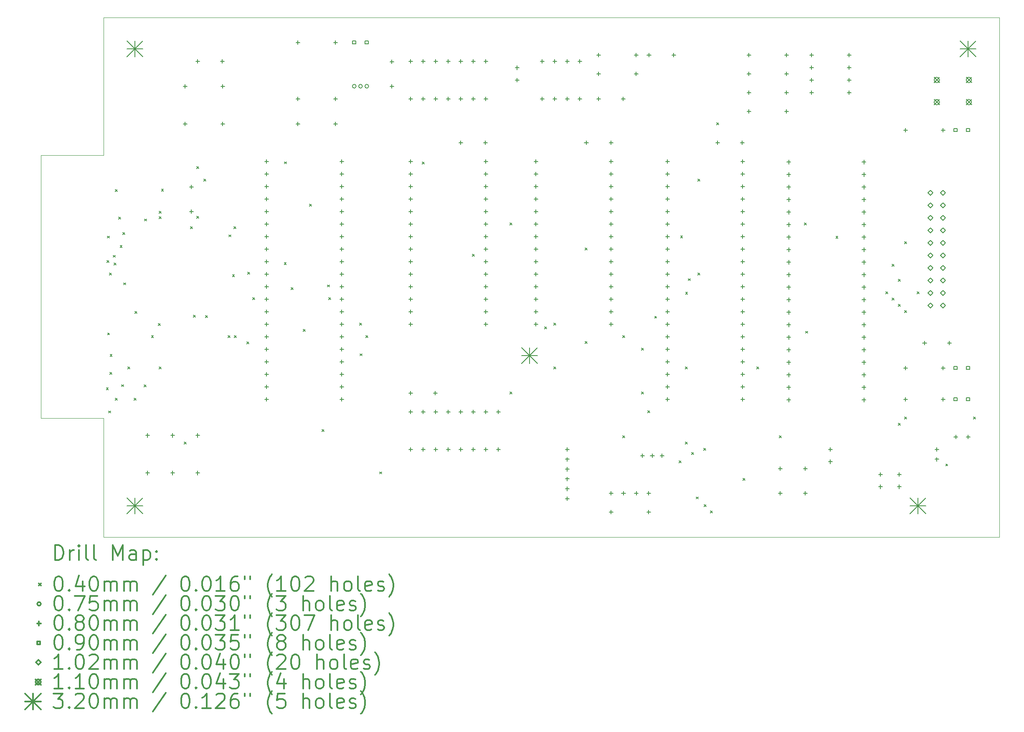
<source format=gbr>
%FSLAX45Y45*%
G04 Gerber Fmt 4.5, Leading zero omitted, Abs format (unit mm)*
G04 Created by KiCad (PCBNEW (5.1.4)-1) date 2019-12-23 21:40:25*
%MOMM*%
%LPD*%
G04 APERTURE LIST*
%ADD10C,0.050000*%
%ADD11C,0.200000*%
%ADD12C,0.300000*%
G04 APERTURE END LIST*
D10*
X25908000Y-14986000D02*
X7747000Y-14986000D01*
X25908000Y-4445000D02*
X25908000Y-14986000D01*
X25654000Y-4445000D02*
X25908000Y-4445000D01*
X7747000Y-4445000D02*
X25654000Y-4445000D01*
X7747000Y-7239000D02*
X7747000Y-4445000D01*
X6477000Y-7239000D02*
X7747000Y-7239000D01*
X6477000Y-12573000D02*
X6477000Y-7239000D01*
X7747000Y-12573000D02*
X6477000Y-12573000D01*
X7747000Y-14986000D02*
X7747000Y-12573000D01*
D11*
X7801070Y-11959990D02*
X7841070Y-11999990D01*
X7841070Y-11959990D02*
X7801070Y-11999990D01*
X7811010Y-9379640D02*
X7851010Y-9419640D01*
X7851010Y-9379640D02*
X7811010Y-9419640D01*
X7822630Y-8881420D02*
X7862630Y-8921420D01*
X7862630Y-8881420D02*
X7822630Y-8921420D01*
X7826860Y-10846290D02*
X7866860Y-10886290D01*
X7866860Y-10846290D02*
X7826860Y-10886290D01*
X7850660Y-12429340D02*
X7890660Y-12469340D01*
X7890660Y-12429340D02*
X7850660Y-12469340D01*
X7867520Y-9632510D02*
X7907520Y-9672510D01*
X7907520Y-9632510D02*
X7867520Y-9672510D01*
X7870811Y-11647001D02*
X7910811Y-11687001D01*
X7910811Y-11647001D02*
X7870811Y-11687001D01*
X7876420Y-11283000D02*
X7916420Y-11323000D01*
X7916420Y-11283000D02*
X7876420Y-11323000D01*
X7938990Y-9272320D02*
X7978990Y-9312320D01*
X7978990Y-9272320D02*
X7938990Y-9312320D01*
X7960440Y-9428220D02*
X8000440Y-9468220D01*
X8000440Y-9428220D02*
X7960440Y-9468220D01*
X7981000Y-7938600D02*
X8021000Y-7978600D01*
X8021000Y-7938600D02*
X7981000Y-7978600D01*
X7981000Y-12172000D02*
X8021000Y-12212000D01*
X8021000Y-12172000D02*
X7981000Y-12212000D01*
X8053336Y-8493893D02*
X8093336Y-8533893D01*
X8093336Y-8493893D02*
X8053336Y-8533893D01*
X8081100Y-9070350D02*
X8121100Y-9110350D01*
X8121100Y-9070350D02*
X8081100Y-9110350D01*
X8108000Y-11895090D02*
X8148000Y-11935090D01*
X8148000Y-11895090D02*
X8108000Y-11935090D01*
X8135170Y-8811020D02*
X8175170Y-8851020D01*
X8175170Y-8811020D02*
X8135170Y-8851020D01*
X8150220Y-9830590D02*
X8190220Y-9870590D01*
X8190220Y-9830590D02*
X8150220Y-9870590D01*
X8235000Y-11537000D02*
X8275000Y-11577000D01*
X8275000Y-11537000D02*
X8235000Y-11577000D01*
X8362000Y-12172000D02*
X8402000Y-12212000D01*
X8402000Y-12172000D02*
X8362000Y-12212000D01*
X8381260Y-10411270D02*
X8421260Y-10451270D01*
X8421260Y-10411270D02*
X8381260Y-10451270D01*
X8569800Y-11902270D02*
X8609800Y-11942270D01*
X8609800Y-11902270D02*
X8569800Y-11942270D01*
X8572751Y-8534538D02*
X8612751Y-8574538D01*
X8612751Y-8534538D02*
X8572751Y-8574538D01*
X8714460Y-10902000D02*
X8754460Y-10942000D01*
X8754460Y-10902000D02*
X8714460Y-10942000D01*
X8854310Y-10654170D02*
X8894310Y-10694170D01*
X8894310Y-10654170D02*
X8854310Y-10694170D01*
X8870000Y-8489000D02*
X8910000Y-8529000D01*
X8910000Y-8489000D02*
X8870000Y-8529000D01*
X8870000Y-11537000D02*
X8910000Y-11577000D01*
X8910000Y-11537000D02*
X8870000Y-11577000D01*
X8875040Y-8376470D02*
X8915040Y-8416470D01*
X8915040Y-8376470D02*
X8875040Y-8416470D01*
X8919218Y-7931782D02*
X8959218Y-7971782D01*
X8959218Y-7931782D02*
X8919218Y-7971782D01*
X9378000Y-13061000D02*
X9418000Y-13101000D01*
X9418000Y-13061000D02*
X9378000Y-13101000D01*
X9505000Y-8689540D02*
X9545000Y-8729540D01*
X9545000Y-8689540D02*
X9505000Y-8729540D01*
X9565210Y-10483920D02*
X9605210Y-10523920D01*
X9605210Y-10483920D02*
X9565210Y-10523920D01*
X9631340Y-8482610D02*
X9671340Y-8522610D01*
X9671340Y-8482610D02*
X9631340Y-8522610D01*
X9632000Y-7473000D02*
X9672000Y-7513000D01*
X9672000Y-7473000D02*
X9632000Y-7513000D01*
X9776371Y-7727000D02*
X9816371Y-7767000D01*
X9816371Y-7727000D02*
X9776371Y-7767000D01*
X9813499Y-10491950D02*
X9853499Y-10531950D01*
X9853499Y-10491950D02*
X9813499Y-10531950D01*
X10267000Y-10902000D02*
X10307000Y-10942000D01*
X10307000Y-10902000D02*
X10267000Y-10942000D01*
X10288780Y-8857060D02*
X10328780Y-8897060D01*
X10328780Y-8857060D02*
X10288780Y-8897060D01*
X10358470Y-9665510D02*
X10398470Y-9705510D01*
X10398470Y-9665510D02*
X10358470Y-9705510D01*
X10388540Y-8689540D02*
X10428540Y-8729540D01*
X10428540Y-8689540D02*
X10388540Y-8729540D01*
X10394000Y-10902000D02*
X10434000Y-10942000D01*
X10434000Y-10902000D02*
X10394000Y-10942000D01*
X10648000Y-11029000D02*
X10688000Y-11069000D01*
X10688000Y-11029000D02*
X10648000Y-11069000D01*
X10665950Y-9614050D02*
X10705950Y-9654050D01*
X10705950Y-9614050D02*
X10665950Y-9654050D01*
X10770770Y-10128680D02*
X10810770Y-10168680D01*
X10810770Y-10128680D02*
X10770770Y-10168680D01*
X11406990Y-9417530D02*
X11446990Y-9457530D01*
X11446990Y-9417530D02*
X11406990Y-9457530D01*
X11410000Y-7375180D02*
X11450000Y-7415180D01*
X11450000Y-7375180D02*
X11410000Y-7415180D01*
X11546498Y-9929009D02*
X11586498Y-9969009D01*
X11586498Y-9929009D02*
X11546498Y-9969009D01*
X11791000Y-10775000D02*
X11831000Y-10815000D01*
X11831000Y-10775000D02*
X11791000Y-10815000D01*
X11918000Y-8235000D02*
X11958000Y-8275000D01*
X11958000Y-8235000D02*
X11918000Y-8275000D01*
X12172000Y-12807000D02*
X12212000Y-12847000D01*
X12212000Y-12807000D02*
X12172000Y-12847000D01*
X12286930Y-9872430D02*
X12326930Y-9912430D01*
X12326930Y-9872430D02*
X12286930Y-9912430D01*
X12311650Y-10131210D02*
X12351650Y-10171210D01*
X12351650Y-10131210D02*
X12311650Y-10171210D01*
X12934000Y-10648000D02*
X12974000Y-10688000D01*
X12974000Y-10648000D02*
X12934000Y-10688000D01*
X12947400Y-11269600D02*
X12987400Y-11309600D01*
X12987400Y-11269600D02*
X12947400Y-11309600D01*
X13061000Y-10902000D02*
X13101000Y-10942000D01*
X13101000Y-10902000D02*
X13061000Y-10942000D01*
X13345000Y-13666000D02*
X13385000Y-13706000D01*
X13385000Y-13666000D02*
X13345000Y-13706000D01*
X14206460Y-7381030D02*
X14246460Y-7421030D01*
X14246460Y-7381030D02*
X14206460Y-7421030D01*
X15220000Y-9251000D02*
X15260000Y-9291000D01*
X15260000Y-9251000D02*
X15220000Y-9291000D01*
X15982000Y-8616000D02*
X16022000Y-8656000D01*
X16022000Y-8616000D02*
X15982000Y-8656000D01*
X15982000Y-12045000D02*
X16022000Y-12085000D01*
X16022000Y-12045000D02*
X15982000Y-12085000D01*
X16688980Y-10722560D02*
X16728980Y-10762560D01*
X16728980Y-10722560D02*
X16688980Y-10762560D01*
X16871000Y-10648000D02*
X16911000Y-10688000D01*
X16911000Y-10648000D02*
X16871000Y-10688000D01*
X16871000Y-11537000D02*
X16911000Y-11577000D01*
X16911000Y-11537000D02*
X16871000Y-11577000D01*
X17506000Y-9124000D02*
X17546000Y-9164000D01*
X17546000Y-9124000D02*
X17506000Y-9164000D01*
X17506000Y-11021060D02*
X17546000Y-11061060D01*
X17546000Y-11021060D02*
X17506000Y-11061060D01*
X18268000Y-10902000D02*
X18308000Y-10942000D01*
X18308000Y-10902000D02*
X18268000Y-10942000D01*
X18268000Y-12934000D02*
X18308000Y-12974000D01*
X18308000Y-12934000D02*
X18268000Y-12974000D01*
X18649000Y-11156000D02*
X18689000Y-11196000D01*
X18689000Y-11156000D02*
X18649000Y-11196000D01*
X18649000Y-12045000D02*
X18689000Y-12085000D01*
X18689000Y-12045000D02*
X18649000Y-12085000D01*
X18776000Y-12426000D02*
X18816000Y-12466000D01*
X18816000Y-12426000D02*
X18776000Y-12466000D01*
X18918350Y-10506590D02*
X18958350Y-10546590D01*
X18958350Y-10506590D02*
X18918350Y-10546590D01*
X19411000Y-13442000D02*
X19451000Y-13482000D01*
X19451000Y-13442000D02*
X19411000Y-13482000D01*
X19441720Y-8877230D02*
X19481720Y-8917230D01*
X19481720Y-8877230D02*
X19441720Y-8917230D01*
X19538000Y-11537000D02*
X19578000Y-11577000D01*
X19578000Y-11537000D02*
X19538000Y-11577000D01*
X19538000Y-13061000D02*
X19578000Y-13101000D01*
X19578000Y-13061000D02*
X19538000Y-13101000D01*
X19545450Y-10020500D02*
X19585450Y-10060500D01*
X19585450Y-10020500D02*
X19545450Y-10060500D01*
X19601210Y-9745430D02*
X19641210Y-9785430D01*
X19641210Y-9745430D02*
X19601210Y-9785430D01*
X19665000Y-13268999D02*
X19705000Y-13308999D01*
X19705000Y-13268999D02*
X19665000Y-13308999D01*
X19762500Y-14174500D02*
X19802500Y-14214500D01*
X19802500Y-14174500D02*
X19762500Y-14214500D01*
X19792000Y-7727000D02*
X19832000Y-7767000D01*
X19832000Y-7727000D02*
X19792000Y-7767000D01*
X19792000Y-9632000D02*
X19832000Y-9672000D01*
X19832000Y-9632000D02*
X19792000Y-9672000D01*
X19913956Y-13188000D02*
X19953956Y-13228000D01*
X19953956Y-13188000D02*
X19913956Y-13228000D01*
X19919000Y-14331000D02*
X19959000Y-14371000D01*
X19959000Y-14331000D02*
X19919000Y-14371000D01*
X20046000Y-14458000D02*
X20086000Y-14498000D01*
X20086000Y-14458000D02*
X20046000Y-14498000D01*
X20173000Y-6584000D02*
X20213000Y-6624000D01*
X20213000Y-6584000D02*
X20173000Y-6624000D01*
X20707500Y-13796500D02*
X20747500Y-13836500D01*
X20747500Y-13796500D02*
X20707500Y-13836500D01*
X20990280Y-11537000D02*
X21030280Y-11577000D01*
X21030280Y-11537000D02*
X20990280Y-11577000D01*
X21443000Y-12934000D02*
X21483000Y-12974000D01*
X21483000Y-12934000D02*
X21443000Y-12974000D01*
X21951000Y-8616000D02*
X21991000Y-8656000D01*
X21991000Y-8616000D02*
X21951000Y-8656000D01*
X21976500Y-10812800D02*
X22016500Y-10852800D01*
X22016500Y-10812800D02*
X21976500Y-10852800D01*
X22591370Y-8884410D02*
X22631370Y-8924410D01*
X22631370Y-8884410D02*
X22591370Y-8924410D01*
X23602000Y-10013000D02*
X23642000Y-10053000D01*
X23642000Y-10013000D02*
X23602000Y-10053000D01*
X23729000Y-9454590D02*
X23769000Y-9494590D01*
X23769000Y-9454590D02*
X23729000Y-9494590D01*
X23729000Y-10140000D02*
X23769000Y-10180000D01*
X23769000Y-10140000D02*
X23729000Y-10180000D01*
X23856000Y-9759000D02*
X23896000Y-9799000D01*
X23896000Y-9759000D02*
X23856000Y-9799000D01*
X23856000Y-10267000D02*
X23896000Y-10307000D01*
X23896000Y-10267000D02*
X23856000Y-10307000D01*
X23856000Y-12680000D02*
X23896000Y-12720000D01*
X23896000Y-12680000D02*
X23856000Y-12720000D01*
X23983000Y-8997000D02*
X24023000Y-9037000D01*
X24023000Y-8997000D02*
X23983000Y-9037000D01*
X23983000Y-10394000D02*
X24023000Y-10434000D01*
X24023000Y-10394000D02*
X23983000Y-10434000D01*
X23983000Y-12553000D02*
X24023000Y-12593000D01*
X24023000Y-12553000D02*
X23983000Y-12593000D01*
X24237000Y-10013000D02*
X24277000Y-10053000D01*
X24277000Y-10013000D02*
X24237000Y-10053000D01*
X24820020Y-13505550D02*
X24860020Y-13545550D01*
X24860020Y-13505550D02*
X24820020Y-13545550D01*
X25380000Y-12553000D02*
X25420000Y-12593000D01*
X25420000Y-12553000D02*
X25380000Y-12593000D01*
X12864500Y-5842000D02*
G75*
G03X12864500Y-5842000I-37500J0D01*
G01*
X12991500Y-5842000D02*
G75*
G03X12991500Y-5842000I-37500J0D01*
G01*
X13118500Y-5842000D02*
G75*
G03X13118500Y-5842000I-37500J0D01*
G01*
X9144000Y-12884000D02*
X9144000Y-12964000D01*
X9104000Y-12924000D02*
X9184000Y-12924000D01*
X9144000Y-13646000D02*
X9144000Y-13726000D01*
X9104000Y-13686000D02*
X9184000Y-13686000D01*
X16510000Y-7326000D02*
X16510000Y-7406000D01*
X16470000Y-7366000D02*
X16550000Y-7366000D01*
X16510000Y-7580000D02*
X16510000Y-7660000D01*
X16470000Y-7620000D02*
X16550000Y-7620000D01*
X16510000Y-7834000D02*
X16510000Y-7914000D01*
X16470000Y-7874000D02*
X16550000Y-7874000D01*
X16510000Y-8088000D02*
X16510000Y-8168000D01*
X16470000Y-8128000D02*
X16550000Y-8128000D01*
X16510000Y-8342000D02*
X16510000Y-8422000D01*
X16470000Y-8382000D02*
X16550000Y-8382000D01*
X16510000Y-8596000D02*
X16510000Y-8676000D01*
X16470000Y-8636000D02*
X16550000Y-8636000D01*
X16510000Y-8850000D02*
X16510000Y-8930000D01*
X16470000Y-8890000D02*
X16550000Y-8890000D01*
X16510000Y-9104000D02*
X16510000Y-9184000D01*
X16470000Y-9144000D02*
X16550000Y-9144000D01*
X16510000Y-9358000D02*
X16510000Y-9438000D01*
X16470000Y-9398000D02*
X16550000Y-9398000D01*
X16510000Y-9612000D02*
X16510000Y-9692000D01*
X16470000Y-9652000D02*
X16550000Y-9652000D01*
X16510000Y-9866000D02*
X16510000Y-9946000D01*
X16470000Y-9906000D02*
X16550000Y-9906000D01*
X16510000Y-10120000D02*
X16510000Y-10200000D01*
X16470000Y-10160000D02*
X16550000Y-10160000D01*
X16510000Y-10374000D02*
X16510000Y-10454000D01*
X16470000Y-10414000D02*
X16550000Y-10414000D01*
X16510000Y-10628000D02*
X16510000Y-10708000D01*
X16470000Y-10668000D02*
X16550000Y-10668000D01*
X18034000Y-7326000D02*
X18034000Y-7406000D01*
X17994000Y-7366000D02*
X18074000Y-7366000D01*
X18034000Y-7580000D02*
X18034000Y-7660000D01*
X17994000Y-7620000D02*
X18074000Y-7620000D01*
X18034000Y-7834000D02*
X18034000Y-7914000D01*
X17994000Y-7874000D02*
X18074000Y-7874000D01*
X18034000Y-8088000D02*
X18034000Y-8168000D01*
X17994000Y-8128000D02*
X18074000Y-8128000D01*
X18034000Y-8342000D02*
X18034000Y-8422000D01*
X17994000Y-8382000D02*
X18074000Y-8382000D01*
X18034000Y-8596000D02*
X18034000Y-8676000D01*
X17994000Y-8636000D02*
X18074000Y-8636000D01*
X18034000Y-8850000D02*
X18034000Y-8930000D01*
X17994000Y-8890000D02*
X18074000Y-8890000D01*
X18034000Y-9104000D02*
X18034000Y-9184000D01*
X17994000Y-9144000D02*
X18074000Y-9144000D01*
X18034000Y-9358000D02*
X18034000Y-9438000D01*
X17994000Y-9398000D02*
X18074000Y-9398000D01*
X18034000Y-9612000D02*
X18034000Y-9692000D01*
X17994000Y-9652000D02*
X18074000Y-9652000D01*
X18034000Y-9866000D02*
X18034000Y-9946000D01*
X17994000Y-9906000D02*
X18074000Y-9906000D01*
X18034000Y-10120000D02*
X18034000Y-10200000D01*
X17994000Y-10160000D02*
X18074000Y-10160000D01*
X18034000Y-10374000D02*
X18034000Y-10454000D01*
X17994000Y-10414000D02*
X18074000Y-10414000D01*
X18034000Y-10628000D02*
X18034000Y-10708000D01*
X17994000Y-10668000D02*
X18074000Y-10668000D01*
X17534000Y-6945000D02*
X17534000Y-7025000D01*
X17494000Y-6985000D02*
X17574000Y-6985000D01*
X18034000Y-6945000D02*
X18034000Y-7025000D01*
X17994000Y-6985000D02*
X18074000Y-6985000D01*
X9652000Y-12884000D02*
X9652000Y-12964000D01*
X9612000Y-12924000D02*
X9692000Y-12924000D01*
X9652000Y-13646000D02*
X9652000Y-13726000D01*
X9612000Y-13686000D02*
X9692000Y-13686000D01*
X24638000Y-13168000D02*
X24638000Y-13248000D01*
X24598000Y-13208000D02*
X24678000Y-13208000D01*
X24638000Y-13368000D02*
X24638000Y-13448000D01*
X24598000Y-13408000D02*
X24678000Y-13408000D01*
X18804000Y-5167000D02*
X18804000Y-5247000D01*
X18764000Y-5207000D02*
X18844000Y-5207000D01*
X19304000Y-5167000D02*
X19304000Y-5247000D01*
X19264000Y-5207000D02*
X19344000Y-5207000D01*
X20193000Y-6945000D02*
X20193000Y-7025000D01*
X20153000Y-6985000D02*
X20233000Y-6985000D01*
X20693000Y-6945000D02*
X20693000Y-7025000D01*
X20653000Y-6985000D02*
X20733000Y-6985000D01*
X16129000Y-5425000D02*
X16129000Y-5505000D01*
X16089000Y-5465000D02*
X16169000Y-5465000D01*
X16129000Y-5675000D02*
X16129000Y-5755000D01*
X16089000Y-5715000D02*
X16169000Y-5715000D01*
X20828000Y-5929000D02*
X20828000Y-6009000D01*
X20788000Y-5969000D02*
X20868000Y-5969000D01*
X21590000Y-5929000D02*
X21590000Y-6009000D01*
X21550000Y-5969000D02*
X21630000Y-5969000D01*
X25023000Y-12914000D02*
X25023000Y-12994000D01*
X24983000Y-12954000D02*
X25063000Y-12954000D01*
X25273000Y-12914000D02*
X25273000Y-12994000D01*
X25233000Y-12954000D02*
X25313000Y-12954000D01*
X22098000Y-5167000D02*
X22098000Y-5247000D01*
X22058000Y-5207000D02*
X22138000Y-5207000D01*
X22098000Y-5421000D02*
X22098000Y-5501000D01*
X22058000Y-5461000D02*
X22138000Y-5461000D01*
X22098000Y-5675000D02*
X22098000Y-5755000D01*
X22058000Y-5715000D02*
X22138000Y-5715000D01*
X22098000Y-5929000D02*
X22098000Y-6009000D01*
X22058000Y-5969000D02*
X22138000Y-5969000D01*
X22860000Y-5167000D02*
X22860000Y-5247000D01*
X22820000Y-5207000D02*
X22900000Y-5207000D01*
X22860000Y-5421000D02*
X22860000Y-5501000D01*
X22820000Y-5461000D02*
X22900000Y-5461000D01*
X22860000Y-5675000D02*
X22860000Y-5755000D01*
X22820000Y-5715000D02*
X22900000Y-5715000D01*
X22860000Y-5929000D02*
X22860000Y-6009000D01*
X22820000Y-5969000D02*
X22900000Y-5969000D01*
X9398000Y-5802000D02*
X9398000Y-5882000D01*
X9358000Y-5842000D02*
X9438000Y-5842000D01*
X9398000Y-6564000D02*
X9398000Y-6644000D01*
X9358000Y-6604000D02*
X9438000Y-6604000D01*
X10160000Y-5802000D02*
X10160000Y-5882000D01*
X10120000Y-5842000D02*
X10200000Y-5842000D01*
X10160000Y-6564000D02*
X10160000Y-6644000D01*
X10120000Y-6604000D02*
X10200000Y-6604000D01*
X16637000Y-5294000D02*
X16637000Y-5374000D01*
X16597000Y-5334000D02*
X16677000Y-5334000D01*
X16637000Y-6056000D02*
X16637000Y-6136000D01*
X16597000Y-6096000D02*
X16677000Y-6096000D01*
X16891000Y-5294000D02*
X16891000Y-5374000D01*
X16851000Y-5334000D02*
X16931000Y-5334000D01*
X16891000Y-6056000D02*
X16891000Y-6136000D01*
X16851000Y-6096000D02*
X16931000Y-6096000D01*
X17145000Y-5294000D02*
X17145000Y-5374000D01*
X17105000Y-5334000D02*
X17185000Y-5334000D01*
X17145000Y-6056000D02*
X17145000Y-6136000D01*
X17105000Y-6096000D02*
X17185000Y-6096000D01*
X17399000Y-5294000D02*
X17399000Y-5374000D01*
X17359000Y-5334000D02*
X17439000Y-5334000D01*
X17399000Y-6056000D02*
X17399000Y-6136000D01*
X17359000Y-6096000D02*
X17439000Y-6096000D01*
X17780000Y-6056000D02*
X17780000Y-6136000D01*
X17740000Y-6096000D02*
X17820000Y-6096000D01*
X18280000Y-6056000D02*
X18280000Y-6136000D01*
X18240000Y-6096000D02*
X18320000Y-6096000D01*
X20828000Y-6310000D02*
X20828000Y-6390000D01*
X20788000Y-6350000D02*
X20868000Y-6350000D01*
X21590000Y-6310000D02*
X21590000Y-6390000D01*
X21550000Y-6350000D02*
X21630000Y-6350000D01*
X17780000Y-5548000D02*
X17780000Y-5628000D01*
X17740000Y-5588000D02*
X17820000Y-5588000D01*
X18542000Y-5548000D02*
X18542000Y-5628000D01*
X18502000Y-5588000D02*
X18582000Y-5588000D01*
X13970000Y-12025000D02*
X13970000Y-12105000D01*
X13930000Y-12065000D02*
X14010000Y-12065000D01*
X14470000Y-12025000D02*
X14470000Y-12105000D01*
X14430000Y-12065000D02*
X14510000Y-12065000D01*
X14986000Y-6945000D02*
X14986000Y-7025000D01*
X14946000Y-6985000D02*
X15026000Y-6985000D01*
X15486000Y-6945000D02*
X15486000Y-7025000D01*
X15446000Y-6985000D02*
X15526000Y-6985000D01*
X19177000Y-7326000D02*
X19177000Y-7406000D01*
X19137000Y-7366000D02*
X19217000Y-7366000D01*
X19177000Y-7580000D02*
X19177000Y-7660000D01*
X19137000Y-7620000D02*
X19217000Y-7620000D01*
X19177000Y-7834000D02*
X19177000Y-7914000D01*
X19137000Y-7874000D02*
X19217000Y-7874000D01*
X19177000Y-8088000D02*
X19177000Y-8168000D01*
X19137000Y-8128000D02*
X19217000Y-8128000D01*
X19177000Y-8342000D02*
X19177000Y-8422000D01*
X19137000Y-8382000D02*
X19217000Y-8382000D01*
X19177000Y-8596000D02*
X19177000Y-8676000D01*
X19137000Y-8636000D02*
X19217000Y-8636000D01*
X19177000Y-8850000D02*
X19177000Y-8930000D01*
X19137000Y-8890000D02*
X19217000Y-8890000D01*
X19177000Y-9104000D02*
X19177000Y-9184000D01*
X19137000Y-9144000D02*
X19217000Y-9144000D01*
X19177000Y-9358000D02*
X19177000Y-9438000D01*
X19137000Y-9398000D02*
X19217000Y-9398000D01*
X19177000Y-9612000D02*
X19177000Y-9692000D01*
X19137000Y-9652000D02*
X19217000Y-9652000D01*
X19177000Y-9866000D02*
X19177000Y-9946000D01*
X19137000Y-9906000D02*
X19217000Y-9906000D01*
X19177000Y-10120000D02*
X19177000Y-10200000D01*
X19137000Y-10160000D02*
X19217000Y-10160000D01*
X19177000Y-10374000D02*
X19177000Y-10454000D01*
X19137000Y-10414000D02*
X19217000Y-10414000D01*
X19177000Y-10628000D02*
X19177000Y-10708000D01*
X19137000Y-10668000D02*
X19217000Y-10668000D01*
X19177000Y-10882000D02*
X19177000Y-10962000D01*
X19137000Y-10922000D02*
X19217000Y-10922000D01*
X19177000Y-11136000D02*
X19177000Y-11216000D01*
X19137000Y-11176000D02*
X19217000Y-11176000D01*
X19177000Y-11390000D02*
X19177000Y-11470000D01*
X19137000Y-11430000D02*
X19217000Y-11430000D01*
X19177000Y-11644000D02*
X19177000Y-11724000D01*
X19137000Y-11684000D02*
X19217000Y-11684000D01*
X19177000Y-11898000D02*
X19177000Y-11978000D01*
X19137000Y-11938000D02*
X19217000Y-11938000D01*
X19177000Y-12152000D02*
X19177000Y-12232000D01*
X19137000Y-12192000D02*
X19217000Y-12192000D01*
X20701000Y-7326000D02*
X20701000Y-7406000D01*
X20661000Y-7366000D02*
X20741000Y-7366000D01*
X20701000Y-7580000D02*
X20701000Y-7660000D01*
X20661000Y-7620000D02*
X20741000Y-7620000D01*
X20701000Y-7834000D02*
X20701000Y-7914000D01*
X20661000Y-7874000D02*
X20741000Y-7874000D01*
X20701000Y-8088000D02*
X20701000Y-8168000D01*
X20661000Y-8128000D02*
X20741000Y-8128000D01*
X20701000Y-8342000D02*
X20701000Y-8422000D01*
X20661000Y-8382000D02*
X20741000Y-8382000D01*
X20701000Y-8596000D02*
X20701000Y-8676000D01*
X20661000Y-8636000D02*
X20741000Y-8636000D01*
X20701000Y-8850000D02*
X20701000Y-8930000D01*
X20661000Y-8890000D02*
X20741000Y-8890000D01*
X20701000Y-9104000D02*
X20701000Y-9184000D01*
X20661000Y-9144000D02*
X20741000Y-9144000D01*
X20701000Y-9358000D02*
X20701000Y-9438000D01*
X20661000Y-9398000D02*
X20741000Y-9398000D01*
X20701000Y-9612000D02*
X20701000Y-9692000D01*
X20661000Y-9652000D02*
X20741000Y-9652000D01*
X20701000Y-9866000D02*
X20701000Y-9946000D01*
X20661000Y-9906000D02*
X20741000Y-9906000D01*
X20701000Y-10120000D02*
X20701000Y-10200000D01*
X20661000Y-10160000D02*
X20741000Y-10160000D01*
X20701000Y-10374000D02*
X20701000Y-10454000D01*
X20661000Y-10414000D02*
X20741000Y-10414000D01*
X20701000Y-10628000D02*
X20701000Y-10708000D01*
X20661000Y-10668000D02*
X20741000Y-10668000D01*
X20701000Y-10882000D02*
X20701000Y-10962000D01*
X20661000Y-10922000D02*
X20741000Y-10922000D01*
X20701000Y-11136000D02*
X20701000Y-11216000D01*
X20661000Y-11176000D02*
X20741000Y-11176000D01*
X20701000Y-11390000D02*
X20701000Y-11470000D01*
X20661000Y-11430000D02*
X20741000Y-11430000D01*
X20701000Y-11644000D02*
X20701000Y-11724000D01*
X20661000Y-11684000D02*
X20741000Y-11684000D01*
X20701000Y-11898000D02*
X20701000Y-11978000D01*
X20661000Y-11938000D02*
X20741000Y-11938000D01*
X20701000Y-12152000D02*
X20701000Y-12232000D01*
X20661000Y-12192000D02*
X20741000Y-12192000D01*
X8636000Y-12884000D02*
X8636000Y-12964000D01*
X8596000Y-12924000D02*
X8676000Y-12924000D01*
X8636000Y-13646000D02*
X8636000Y-13726000D01*
X8596000Y-13686000D02*
X8676000Y-13686000D01*
X18034000Y-14438000D02*
X18034000Y-14518000D01*
X17994000Y-14478000D02*
X18074000Y-14478000D01*
X18796000Y-14438000D02*
X18796000Y-14518000D01*
X18756000Y-14478000D02*
X18836000Y-14478000D01*
X21635000Y-7338000D02*
X21635000Y-7418000D01*
X21595000Y-7378000D02*
X21675000Y-7378000D01*
X21635000Y-7592000D02*
X21635000Y-7672000D01*
X21595000Y-7632000D02*
X21675000Y-7632000D01*
X21635000Y-7846000D02*
X21635000Y-7926000D01*
X21595000Y-7886000D02*
X21675000Y-7886000D01*
X21635000Y-8100000D02*
X21635000Y-8180000D01*
X21595000Y-8140000D02*
X21675000Y-8140000D01*
X21635000Y-8354000D02*
X21635000Y-8434000D01*
X21595000Y-8394000D02*
X21675000Y-8394000D01*
X21635000Y-8608000D02*
X21635000Y-8688000D01*
X21595000Y-8648000D02*
X21675000Y-8648000D01*
X21635000Y-8862000D02*
X21635000Y-8942000D01*
X21595000Y-8902000D02*
X21675000Y-8902000D01*
X21635000Y-9116000D02*
X21635000Y-9196000D01*
X21595000Y-9156000D02*
X21675000Y-9156000D01*
X21635000Y-9370000D02*
X21635000Y-9450000D01*
X21595000Y-9410000D02*
X21675000Y-9410000D01*
X21635000Y-9624000D02*
X21635000Y-9704000D01*
X21595000Y-9664000D02*
X21675000Y-9664000D01*
X21635000Y-9878000D02*
X21635000Y-9958000D01*
X21595000Y-9918000D02*
X21675000Y-9918000D01*
X21635000Y-10132000D02*
X21635000Y-10212000D01*
X21595000Y-10172000D02*
X21675000Y-10172000D01*
X21635000Y-10386000D02*
X21635000Y-10466000D01*
X21595000Y-10426000D02*
X21675000Y-10426000D01*
X21635000Y-10640000D02*
X21635000Y-10720000D01*
X21595000Y-10680000D02*
X21675000Y-10680000D01*
X21635000Y-10894000D02*
X21635000Y-10974000D01*
X21595000Y-10934000D02*
X21675000Y-10934000D01*
X21635000Y-11148000D02*
X21635000Y-11228000D01*
X21595000Y-11188000D02*
X21675000Y-11188000D01*
X21635000Y-11402000D02*
X21635000Y-11482000D01*
X21595000Y-11442000D02*
X21675000Y-11442000D01*
X21635000Y-11656000D02*
X21635000Y-11736000D01*
X21595000Y-11696000D02*
X21675000Y-11696000D01*
X21635000Y-11910000D02*
X21635000Y-11990000D01*
X21595000Y-11950000D02*
X21675000Y-11950000D01*
X21635000Y-12164000D02*
X21635000Y-12244000D01*
X21595000Y-12204000D02*
X21675000Y-12204000D01*
X23159000Y-7338000D02*
X23159000Y-7418000D01*
X23119000Y-7378000D02*
X23199000Y-7378000D01*
X23159000Y-7592000D02*
X23159000Y-7672000D01*
X23119000Y-7632000D02*
X23199000Y-7632000D01*
X23159000Y-7846000D02*
X23159000Y-7926000D01*
X23119000Y-7886000D02*
X23199000Y-7886000D01*
X23159000Y-8100000D02*
X23159000Y-8180000D01*
X23119000Y-8140000D02*
X23199000Y-8140000D01*
X23159000Y-8354000D02*
X23159000Y-8434000D01*
X23119000Y-8394000D02*
X23199000Y-8394000D01*
X23159000Y-8608000D02*
X23159000Y-8688000D01*
X23119000Y-8648000D02*
X23199000Y-8648000D01*
X23159000Y-8862000D02*
X23159000Y-8942000D01*
X23119000Y-8902000D02*
X23199000Y-8902000D01*
X23159000Y-9116000D02*
X23159000Y-9196000D01*
X23119000Y-9156000D02*
X23199000Y-9156000D01*
X23159000Y-9370000D02*
X23159000Y-9450000D01*
X23119000Y-9410000D02*
X23199000Y-9410000D01*
X23159000Y-9624000D02*
X23159000Y-9704000D01*
X23119000Y-9664000D02*
X23199000Y-9664000D01*
X23159000Y-9878000D02*
X23159000Y-9958000D01*
X23119000Y-9918000D02*
X23199000Y-9918000D01*
X23159000Y-10132000D02*
X23159000Y-10212000D01*
X23119000Y-10172000D02*
X23199000Y-10172000D01*
X23159000Y-10386000D02*
X23159000Y-10466000D01*
X23119000Y-10426000D02*
X23199000Y-10426000D01*
X23159000Y-10640000D02*
X23159000Y-10720000D01*
X23119000Y-10680000D02*
X23199000Y-10680000D01*
X23159000Y-10894000D02*
X23159000Y-10974000D01*
X23119000Y-10934000D02*
X23199000Y-10934000D01*
X23159000Y-11148000D02*
X23159000Y-11228000D01*
X23119000Y-11188000D02*
X23199000Y-11188000D01*
X23159000Y-11402000D02*
X23159000Y-11482000D01*
X23119000Y-11442000D02*
X23199000Y-11442000D01*
X23159000Y-11656000D02*
X23159000Y-11736000D01*
X23119000Y-11696000D02*
X23199000Y-11696000D01*
X23159000Y-11910000D02*
X23159000Y-11990000D01*
X23119000Y-11950000D02*
X23199000Y-11950000D01*
X23159000Y-12164000D02*
X23159000Y-12244000D01*
X23119000Y-12204000D02*
X23199000Y-12204000D01*
X18669000Y-13295000D02*
X18669000Y-13375000D01*
X18629000Y-13335000D02*
X18709000Y-13335000D01*
X18869000Y-13295000D02*
X18869000Y-13375000D01*
X18829000Y-13335000D02*
X18909000Y-13335000D01*
X19069000Y-13295000D02*
X19069000Y-13375000D01*
X19029000Y-13335000D02*
X19109000Y-13335000D01*
X24003000Y-6691000D02*
X24003000Y-6771000D01*
X23963000Y-6731000D02*
X24043000Y-6731000D01*
X24765000Y-6691000D02*
X24765000Y-6771000D01*
X24725000Y-6731000D02*
X24805000Y-6731000D01*
X11684000Y-6056000D02*
X11684000Y-6136000D01*
X11644000Y-6096000D02*
X11724000Y-6096000D01*
X12446000Y-6056000D02*
X12446000Y-6136000D01*
X12406000Y-6096000D02*
X12486000Y-6096000D01*
X9525000Y-7842000D02*
X9525000Y-7922000D01*
X9485000Y-7882000D02*
X9565000Y-7882000D01*
X9525000Y-8342000D02*
X9525000Y-8422000D01*
X9485000Y-8382000D02*
X9565000Y-8382000D01*
X21463000Y-13557000D02*
X21463000Y-13637000D01*
X21423000Y-13597000D02*
X21503000Y-13597000D01*
X21463000Y-14057000D02*
X21463000Y-14137000D01*
X21423000Y-14097000D02*
X21503000Y-14097000D01*
X23876000Y-13676000D02*
X23876000Y-13756000D01*
X23836000Y-13716000D02*
X23916000Y-13716000D01*
X23876000Y-13926000D02*
X23876000Y-14006000D01*
X23836000Y-13966000D02*
X23916000Y-13966000D01*
X20828000Y-5548000D02*
X20828000Y-5628000D01*
X20788000Y-5588000D02*
X20868000Y-5588000D01*
X21590000Y-5548000D02*
X21590000Y-5628000D01*
X21550000Y-5588000D02*
X21630000Y-5588000D01*
X11049000Y-7326000D02*
X11049000Y-7406000D01*
X11009000Y-7366000D02*
X11089000Y-7366000D01*
X11049000Y-7580000D02*
X11049000Y-7660000D01*
X11009000Y-7620000D02*
X11089000Y-7620000D01*
X11049000Y-7834000D02*
X11049000Y-7914000D01*
X11009000Y-7874000D02*
X11089000Y-7874000D01*
X11049000Y-8088000D02*
X11049000Y-8168000D01*
X11009000Y-8128000D02*
X11089000Y-8128000D01*
X11049000Y-8342000D02*
X11049000Y-8422000D01*
X11009000Y-8382000D02*
X11089000Y-8382000D01*
X11049000Y-8596000D02*
X11049000Y-8676000D01*
X11009000Y-8636000D02*
X11089000Y-8636000D01*
X11049000Y-8850000D02*
X11049000Y-8930000D01*
X11009000Y-8890000D02*
X11089000Y-8890000D01*
X11049000Y-9104000D02*
X11049000Y-9184000D01*
X11009000Y-9144000D02*
X11089000Y-9144000D01*
X11049000Y-9358000D02*
X11049000Y-9438000D01*
X11009000Y-9398000D02*
X11089000Y-9398000D01*
X11049000Y-9612000D02*
X11049000Y-9692000D01*
X11009000Y-9652000D02*
X11089000Y-9652000D01*
X11049000Y-9866000D02*
X11049000Y-9946000D01*
X11009000Y-9906000D02*
X11089000Y-9906000D01*
X11049000Y-10120000D02*
X11049000Y-10200000D01*
X11009000Y-10160000D02*
X11089000Y-10160000D01*
X11049000Y-10374000D02*
X11049000Y-10454000D01*
X11009000Y-10414000D02*
X11089000Y-10414000D01*
X11049000Y-10628000D02*
X11049000Y-10708000D01*
X11009000Y-10668000D02*
X11089000Y-10668000D01*
X11049000Y-10882000D02*
X11049000Y-10962000D01*
X11009000Y-10922000D02*
X11089000Y-10922000D01*
X11049000Y-11136000D02*
X11049000Y-11216000D01*
X11009000Y-11176000D02*
X11089000Y-11176000D01*
X11049000Y-11390000D02*
X11049000Y-11470000D01*
X11009000Y-11430000D02*
X11089000Y-11430000D01*
X11049000Y-11644000D02*
X11049000Y-11724000D01*
X11009000Y-11684000D02*
X11089000Y-11684000D01*
X11049000Y-11898000D02*
X11049000Y-11978000D01*
X11009000Y-11938000D02*
X11089000Y-11938000D01*
X11049000Y-12152000D02*
X11049000Y-12232000D01*
X11009000Y-12192000D02*
X11089000Y-12192000D01*
X12573000Y-7326000D02*
X12573000Y-7406000D01*
X12533000Y-7366000D02*
X12613000Y-7366000D01*
X12573000Y-7580000D02*
X12573000Y-7660000D01*
X12533000Y-7620000D02*
X12613000Y-7620000D01*
X12573000Y-7834000D02*
X12573000Y-7914000D01*
X12533000Y-7874000D02*
X12613000Y-7874000D01*
X12573000Y-8088000D02*
X12573000Y-8168000D01*
X12533000Y-8128000D02*
X12613000Y-8128000D01*
X12573000Y-8342000D02*
X12573000Y-8422000D01*
X12533000Y-8382000D02*
X12613000Y-8382000D01*
X12573000Y-8596000D02*
X12573000Y-8676000D01*
X12533000Y-8636000D02*
X12613000Y-8636000D01*
X12573000Y-8850000D02*
X12573000Y-8930000D01*
X12533000Y-8890000D02*
X12613000Y-8890000D01*
X12573000Y-9104000D02*
X12573000Y-9184000D01*
X12533000Y-9144000D02*
X12613000Y-9144000D01*
X12573000Y-9358000D02*
X12573000Y-9438000D01*
X12533000Y-9398000D02*
X12613000Y-9398000D01*
X12573000Y-9612000D02*
X12573000Y-9692000D01*
X12533000Y-9652000D02*
X12613000Y-9652000D01*
X12573000Y-9866000D02*
X12573000Y-9946000D01*
X12533000Y-9906000D02*
X12613000Y-9906000D01*
X12573000Y-10120000D02*
X12573000Y-10200000D01*
X12533000Y-10160000D02*
X12613000Y-10160000D01*
X12573000Y-10374000D02*
X12573000Y-10454000D01*
X12533000Y-10414000D02*
X12613000Y-10414000D01*
X12573000Y-10628000D02*
X12573000Y-10708000D01*
X12533000Y-10668000D02*
X12613000Y-10668000D01*
X12573000Y-10882000D02*
X12573000Y-10962000D01*
X12533000Y-10922000D02*
X12613000Y-10922000D01*
X12573000Y-11136000D02*
X12573000Y-11216000D01*
X12533000Y-11176000D02*
X12613000Y-11176000D01*
X12573000Y-11390000D02*
X12573000Y-11470000D01*
X12533000Y-11430000D02*
X12613000Y-11430000D01*
X12573000Y-11644000D02*
X12573000Y-11724000D01*
X12533000Y-11684000D02*
X12613000Y-11684000D01*
X12573000Y-11898000D02*
X12573000Y-11978000D01*
X12533000Y-11938000D02*
X12613000Y-11938000D01*
X12573000Y-12152000D02*
X12573000Y-12232000D01*
X12533000Y-12192000D02*
X12613000Y-12192000D01*
X11684000Y-6564000D02*
X11684000Y-6644000D01*
X11644000Y-6604000D02*
X11724000Y-6604000D01*
X12446000Y-6564000D02*
X12446000Y-6644000D01*
X12406000Y-6604000D02*
X12486000Y-6604000D01*
X24392000Y-11009000D02*
X24392000Y-11089000D01*
X24352000Y-11049000D02*
X24432000Y-11049000D01*
X24892000Y-11009000D02*
X24892000Y-11089000D01*
X24852000Y-11049000D02*
X24932000Y-11049000D01*
X13970000Y-5294000D02*
X13970000Y-5374000D01*
X13930000Y-5334000D02*
X14010000Y-5334000D01*
X13970000Y-6056000D02*
X13970000Y-6136000D01*
X13930000Y-6096000D02*
X14010000Y-6096000D01*
X14224000Y-5294000D02*
X14224000Y-5374000D01*
X14184000Y-5334000D02*
X14264000Y-5334000D01*
X14224000Y-6056000D02*
X14224000Y-6136000D01*
X14184000Y-6096000D02*
X14264000Y-6096000D01*
X14478000Y-5294000D02*
X14478000Y-5374000D01*
X14438000Y-5334000D02*
X14518000Y-5334000D01*
X14478000Y-6056000D02*
X14478000Y-6136000D01*
X14438000Y-6096000D02*
X14518000Y-6096000D01*
X14732000Y-5294000D02*
X14732000Y-5374000D01*
X14692000Y-5334000D02*
X14772000Y-5334000D01*
X14732000Y-6056000D02*
X14732000Y-6136000D01*
X14692000Y-6096000D02*
X14772000Y-6096000D01*
X14986000Y-5294000D02*
X14986000Y-5374000D01*
X14946000Y-5334000D02*
X15026000Y-5334000D01*
X14986000Y-6056000D02*
X14986000Y-6136000D01*
X14946000Y-6096000D02*
X15026000Y-6096000D01*
X15240000Y-5294000D02*
X15240000Y-5374000D01*
X15200000Y-5334000D02*
X15280000Y-5334000D01*
X15240000Y-6056000D02*
X15240000Y-6136000D01*
X15200000Y-6096000D02*
X15280000Y-6096000D01*
X15494000Y-5294000D02*
X15494000Y-5374000D01*
X15454000Y-5334000D02*
X15534000Y-5334000D01*
X15494000Y-6056000D02*
X15494000Y-6136000D01*
X15454000Y-6096000D02*
X15534000Y-6096000D01*
X13589000Y-5302000D02*
X13589000Y-5382000D01*
X13549000Y-5342000D02*
X13629000Y-5342000D01*
X13589000Y-5802000D02*
X13589000Y-5882000D01*
X13549000Y-5842000D02*
X13629000Y-5842000D01*
X21971000Y-13557000D02*
X21971000Y-13637000D01*
X21931000Y-13597000D02*
X22011000Y-13597000D01*
X21971000Y-14057000D02*
X21971000Y-14137000D01*
X21931000Y-14097000D02*
X22011000Y-14097000D01*
X17145000Y-13168000D02*
X17145000Y-13248000D01*
X17105000Y-13208000D02*
X17185000Y-13208000D01*
X17145000Y-13368000D02*
X17145000Y-13448000D01*
X17105000Y-13408000D02*
X17185000Y-13408000D01*
X17145000Y-13568000D02*
X17145000Y-13648000D01*
X17105000Y-13608000D02*
X17185000Y-13608000D01*
X17145000Y-13768000D02*
X17145000Y-13848000D01*
X17105000Y-13808000D02*
X17185000Y-13808000D01*
X17145000Y-13968000D02*
X17145000Y-14048000D01*
X17105000Y-14008000D02*
X17185000Y-14008000D01*
X17145000Y-14168000D02*
X17145000Y-14248000D01*
X17105000Y-14208000D02*
X17185000Y-14208000D01*
X18034000Y-14057000D02*
X18034000Y-14137000D01*
X17994000Y-14097000D02*
X18074000Y-14097000D01*
X18284000Y-14057000D02*
X18284000Y-14137000D01*
X18244000Y-14097000D02*
X18324000Y-14097000D01*
X17780000Y-5167000D02*
X17780000Y-5247000D01*
X17740000Y-5207000D02*
X17820000Y-5207000D01*
X18542000Y-5167000D02*
X18542000Y-5247000D01*
X18502000Y-5207000D02*
X18582000Y-5207000D01*
X18546000Y-14057000D02*
X18546000Y-14137000D01*
X18506000Y-14097000D02*
X18586000Y-14097000D01*
X18796000Y-14057000D02*
X18796000Y-14137000D01*
X18756000Y-14097000D02*
X18836000Y-14097000D01*
X11684000Y-4913000D02*
X11684000Y-4993000D01*
X11644000Y-4953000D02*
X11724000Y-4953000D01*
X12446000Y-4913000D02*
X12446000Y-4993000D01*
X12406000Y-4953000D02*
X12486000Y-4953000D01*
X9652000Y-5294000D02*
X9652000Y-5374000D01*
X9612000Y-5334000D02*
X9692000Y-5334000D01*
X10152000Y-5294000D02*
X10152000Y-5374000D01*
X10112000Y-5334000D02*
X10192000Y-5334000D01*
X23495000Y-13676000D02*
X23495000Y-13756000D01*
X23455000Y-13716000D02*
X23535000Y-13716000D01*
X23495000Y-13926000D02*
X23495000Y-14006000D01*
X23455000Y-13966000D02*
X23535000Y-13966000D01*
X13970000Y-12406000D02*
X13970000Y-12486000D01*
X13930000Y-12446000D02*
X14010000Y-12446000D01*
X13970000Y-13168000D02*
X13970000Y-13248000D01*
X13930000Y-13208000D02*
X14010000Y-13208000D01*
X14224000Y-12406000D02*
X14224000Y-12486000D01*
X14184000Y-12446000D02*
X14264000Y-12446000D01*
X14224000Y-13168000D02*
X14224000Y-13248000D01*
X14184000Y-13208000D02*
X14264000Y-13208000D01*
X14478000Y-12406000D02*
X14478000Y-12486000D01*
X14438000Y-12446000D02*
X14518000Y-12446000D01*
X14478000Y-13168000D02*
X14478000Y-13248000D01*
X14438000Y-13208000D02*
X14518000Y-13208000D01*
X14732000Y-12406000D02*
X14732000Y-12486000D01*
X14692000Y-12446000D02*
X14772000Y-12446000D01*
X14732000Y-13168000D02*
X14732000Y-13248000D01*
X14692000Y-13208000D02*
X14772000Y-13208000D01*
X14986000Y-12406000D02*
X14986000Y-12486000D01*
X14946000Y-12446000D02*
X15026000Y-12446000D01*
X14986000Y-13168000D02*
X14986000Y-13248000D01*
X14946000Y-13208000D02*
X15026000Y-13208000D01*
X15240000Y-12406000D02*
X15240000Y-12486000D01*
X15200000Y-12446000D02*
X15280000Y-12446000D01*
X15240000Y-13168000D02*
X15240000Y-13248000D01*
X15200000Y-13208000D02*
X15280000Y-13208000D01*
X15494000Y-12406000D02*
X15494000Y-12486000D01*
X15454000Y-12446000D02*
X15534000Y-12446000D01*
X15494000Y-13168000D02*
X15494000Y-13248000D01*
X15454000Y-13208000D02*
X15534000Y-13208000D01*
X15748000Y-12406000D02*
X15748000Y-12486000D01*
X15708000Y-12446000D02*
X15788000Y-12446000D01*
X15748000Y-13168000D02*
X15748000Y-13248000D01*
X15708000Y-13208000D02*
X15788000Y-13208000D01*
X22479000Y-13168000D02*
X22479000Y-13248000D01*
X22439000Y-13208000D02*
X22519000Y-13208000D01*
X22479000Y-13418000D02*
X22479000Y-13498000D01*
X22439000Y-13458000D02*
X22519000Y-13458000D01*
X24003000Y-12152000D02*
X24003000Y-12232000D01*
X23963000Y-12192000D02*
X24043000Y-12192000D01*
X24765000Y-12152000D02*
X24765000Y-12232000D01*
X24725000Y-12192000D02*
X24805000Y-12192000D01*
X24003000Y-11517000D02*
X24003000Y-11597000D01*
X23963000Y-11557000D02*
X24043000Y-11557000D01*
X24765000Y-11517000D02*
X24765000Y-11597000D01*
X24725000Y-11557000D02*
X24805000Y-11557000D01*
X13970000Y-7326000D02*
X13970000Y-7406000D01*
X13930000Y-7366000D02*
X14010000Y-7366000D01*
X13970000Y-7580000D02*
X13970000Y-7660000D01*
X13930000Y-7620000D02*
X14010000Y-7620000D01*
X13970000Y-7834000D02*
X13970000Y-7914000D01*
X13930000Y-7874000D02*
X14010000Y-7874000D01*
X13970000Y-8088000D02*
X13970000Y-8168000D01*
X13930000Y-8128000D02*
X14010000Y-8128000D01*
X13970000Y-8342000D02*
X13970000Y-8422000D01*
X13930000Y-8382000D02*
X14010000Y-8382000D01*
X13970000Y-8596000D02*
X13970000Y-8676000D01*
X13930000Y-8636000D02*
X14010000Y-8636000D01*
X13970000Y-8850000D02*
X13970000Y-8930000D01*
X13930000Y-8890000D02*
X14010000Y-8890000D01*
X13970000Y-9104000D02*
X13970000Y-9184000D01*
X13930000Y-9144000D02*
X14010000Y-9144000D01*
X13970000Y-9358000D02*
X13970000Y-9438000D01*
X13930000Y-9398000D02*
X14010000Y-9398000D01*
X13970000Y-9612000D02*
X13970000Y-9692000D01*
X13930000Y-9652000D02*
X14010000Y-9652000D01*
X13970000Y-9866000D02*
X13970000Y-9946000D01*
X13930000Y-9906000D02*
X14010000Y-9906000D01*
X13970000Y-10120000D02*
X13970000Y-10200000D01*
X13930000Y-10160000D02*
X14010000Y-10160000D01*
X13970000Y-10374000D02*
X13970000Y-10454000D01*
X13930000Y-10414000D02*
X14010000Y-10414000D01*
X13970000Y-10628000D02*
X13970000Y-10708000D01*
X13930000Y-10668000D02*
X14010000Y-10668000D01*
X15494000Y-7326000D02*
X15494000Y-7406000D01*
X15454000Y-7366000D02*
X15534000Y-7366000D01*
X15494000Y-7580000D02*
X15494000Y-7660000D01*
X15454000Y-7620000D02*
X15534000Y-7620000D01*
X15494000Y-7834000D02*
X15494000Y-7914000D01*
X15454000Y-7874000D02*
X15534000Y-7874000D01*
X15494000Y-8088000D02*
X15494000Y-8168000D01*
X15454000Y-8128000D02*
X15534000Y-8128000D01*
X15494000Y-8342000D02*
X15494000Y-8422000D01*
X15454000Y-8382000D02*
X15534000Y-8382000D01*
X15494000Y-8596000D02*
X15494000Y-8676000D01*
X15454000Y-8636000D02*
X15534000Y-8636000D01*
X15494000Y-8850000D02*
X15494000Y-8930000D01*
X15454000Y-8890000D02*
X15534000Y-8890000D01*
X15494000Y-9104000D02*
X15494000Y-9184000D01*
X15454000Y-9144000D02*
X15534000Y-9144000D01*
X15494000Y-9358000D02*
X15494000Y-9438000D01*
X15454000Y-9398000D02*
X15534000Y-9398000D01*
X15494000Y-9612000D02*
X15494000Y-9692000D01*
X15454000Y-9652000D02*
X15534000Y-9652000D01*
X15494000Y-9866000D02*
X15494000Y-9946000D01*
X15454000Y-9906000D02*
X15534000Y-9906000D01*
X15494000Y-10120000D02*
X15494000Y-10200000D01*
X15454000Y-10160000D02*
X15534000Y-10160000D01*
X15494000Y-10374000D02*
X15494000Y-10454000D01*
X15454000Y-10414000D02*
X15534000Y-10414000D01*
X15494000Y-10628000D02*
X15494000Y-10708000D01*
X15454000Y-10668000D02*
X15534000Y-10668000D01*
X20828000Y-5167000D02*
X20828000Y-5247000D01*
X20788000Y-5207000D02*
X20868000Y-5207000D01*
X21590000Y-5167000D02*
X21590000Y-5247000D01*
X21550000Y-5207000D02*
X21630000Y-5207000D01*
X25050820Y-11588820D02*
X25050820Y-11525180D01*
X24987180Y-11525180D01*
X24987180Y-11588820D01*
X25050820Y-11588820D01*
X25304820Y-11588820D02*
X25304820Y-11525180D01*
X25241180Y-11525180D01*
X25241180Y-11588820D01*
X25304820Y-11588820D01*
X25050820Y-6762820D02*
X25050820Y-6699180D01*
X24987180Y-6699180D01*
X24987180Y-6762820D01*
X25050820Y-6762820D01*
X25304820Y-6762820D02*
X25304820Y-6699180D01*
X25241180Y-6699180D01*
X25241180Y-6762820D01*
X25304820Y-6762820D01*
X25050820Y-12223820D02*
X25050820Y-12160180D01*
X24987180Y-12160180D01*
X24987180Y-12223820D01*
X25050820Y-12223820D01*
X25304820Y-12223820D02*
X25304820Y-12160180D01*
X25241180Y-12160180D01*
X25241180Y-12223820D01*
X25304820Y-12223820D01*
X12858820Y-4984820D02*
X12858820Y-4921180D01*
X12795180Y-4921180D01*
X12795180Y-4984820D01*
X12858820Y-4984820D01*
X13112820Y-4984820D02*
X13112820Y-4921180D01*
X13049180Y-4921180D01*
X13049180Y-4984820D01*
X13112820Y-4984820D01*
X24511000Y-8051800D02*
X24561800Y-8001000D01*
X24511000Y-7950200D01*
X24460200Y-8001000D01*
X24511000Y-8051800D01*
X24511000Y-8305800D02*
X24561800Y-8255000D01*
X24511000Y-8204200D01*
X24460200Y-8255000D01*
X24511000Y-8305800D01*
X24511000Y-8559800D02*
X24561800Y-8509000D01*
X24511000Y-8458200D01*
X24460200Y-8509000D01*
X24511000Y-8559800D01*
X24511000Y-8813800D02*
X24561800Y-8763000D01*
X24511000Y-8712200D01*
X24460200Y-8763000D01*
X24511000Y-8813800D01*
X24511000Y-9067800D02*
X24561800Y-9017000D01*
X24511000Y-8966200D01*
X24460200Y-9017000D01*
X24511000Y-9067800D01*
X24511000Y-9321800D02*
X24561800Y-9271000D01*
X24511000Y-9220200D01*
X24460200Y-9271000D01*
X24511000Y-9321800D01*
X24511000Y-9575800D02*
X24561800Y-9525000D01*
X24511000Y-9474200D01*
X24460200Y-9525000D01*
X24511000Y-9575800D01*
X24511000Y-9829800D02*
X24561800Y-9779000D01*
X24511000Y-9728200D01*
X24460200Y-9779000D01*
X24511000Y-9829800D01*
X24511000Y-10083800D02*
X24561800Y-10033000D01*
X24511000Y-9982200D01*
X24460200Y-10033000D01*
X24511000Y-10083800D01*
X24511000Y-10337800D02*
X24561800Y-10287000D01*
X24511000Y-10236200D01*
X24460200Y-10287000D01*
X24511000Y-10337800D01*
X24765000Y-8051800D02*
X24815800Y-8001000D01*
X24765000Y-7950200D01*
X24714200Y-8001000D01*
X24765000Y-8051800D01*
X24765000Y-8305800D02*
X24815800Y-8255000D01*
X24765000Y-8204200D01*
X24714200Y-8255000D01*
X24765000Y-8305800D01*
X24765000Y-8559800D02*
X24815800Y-8509000D01*
X24765000Y-8458200D01*
X24714200Y-8509000D01*
X24765000Y-8559800D01*
X24765000Y-8813800D02*
X24815800Y-8763000D01*
X24765000Y-8712200D01*
X24714200Y-8763000D01*
X24765000Y-8813800D01*
X24765000Y-9067800D02*
X24815800Y-9017000D01*
X24765000Y-8966200D01*
X24714200Y-9017000D01*
X24765000Y-9067800D01*
X24765000Y-9321800D02*
X24815800Y-9271000D01*
X24765000Y-9220200D01*
X24714200Y-9271000D01*
X24765000Y-9321800D01*
X24765000Y-9575800D02*
X24815800Y-9525000D01*
X24765000Y-9474200D01*
X24714200Y-9525000D01*
X24765000Y-9575800D01*
X24765000Y-9829800D02*
X24815800Y-9779000D01*
X24765000Y-9728200D01*
X24714200Y-9779000D01*
X24765000Y-9829800D01*
X24765000Y-10083800D02*
X24815800Y-10033000D01*
X24765000Y-9982200D01*
X24714200Y-10033000D01*
X24765000Y-10083800D01*
X24765000Y-10337800D02*
X24815800Y-10287000D01*
X24765000Y-10236200D01*
X24714200Y-10287000D01*
X24765000Y-10337800D01*
X24583000Y-5660000D02*
X24693000Y-5770000D01*
X24693000Y-5660000D02*
X24583000Y-5770000D01*
X24693000Y-5715000D02*
G75*
G03X24693000Y-5715000I-55000J0D01*
G01*
X24583000Y-6110000D02*
X24693000Y-6220000D01*
X24693000Y-6110000D02*
X24583000Y-6220000D01*
X24693000Y-6165000D02*
G75*
G03X24693000Y-6165000I-55000J0D01*
G01*
X25233000Y-5660000D02*
X25343000Y-5770000D01*
X25343000Y-5660000D02*
X25233000Y-5770000D01*
X25343000Y-5715000D02*
G75*
G03X25343000Y-5715000I-55000J0D01*
G01*
X25233000Y-6110000D02*
X25343000Y-6220000D01*
X25343000Y-6110000D02*
X25233000Y-6220000D01*
X25343000Y-6165000D02*
G75*
G03X25343000Y-6165000I-55000J0D01*
G01*
X8222000Y-14191000D02*
X8542000Y-14511000D01*
X8542000Y-14191000D02*
X8222000Y-14511000D01*
X8382000Y-14191000D02*
X8382000Y-14511000D01*
X8222000Y-14351000D02*
X8542000Y-14351000D01*
X8222000Y-4920000D02*
X8542000Y-5240000D01*
X8542000Y-4920000D02*
X8222000Y-5240000D01*
X8382000Y-4920000D02*
X8382000Y-5240000D01*
X8222000Y-5080000D02*
X8542000Y-5080000D01*
X16223000Y-11143000D02*
X16543000Y-11463000D01*
X16543000Y-11143000D02*
X16223000Y-11463000D01*
X16383000Y-11143000D02*
X16383000Y-11463000D01*
X16223000Y-11303000D02*
X16543000Y-11303000D01*
X24097000Y-14191000D02*
X24417000Y-14511000D01*
X24417000Y-14191000D02*
X24097000Y-14511000D01*
X24257000Y-14191000D02*
X24257000Y-14511000D01*
X24097000Y-14351000D02*
X24417000Y-14351000D01*
X25113000Y-4920000D02*
X25433000Y-5240000D01*
X25433000Y-4920000D02*
X25113000Y-5240000D01*
X25273000Y-4920000D02*
X25273000Y-5240000D01*
X25113000Y-5080000D02*
X25433000Y-5080000D01*
D12*
X6760928Y-15454214D02*
X6760928Y-15154214D01*
X6832357Y-15154214D01*
X6875214Y-15168500D01*
X6903786Y-15197071D01*
X6918071Y-15225643D01*
X6932357Y-15282786D01*
X6932357Y-15325643D01*
X6918071Y-15382786D01*
X6903786Y-15411357D01*
X6875214Y-15439929D01*
X6832357Y-15454214D01*
X6760928Y-15454214D01*
X7060928Y-15454214D02*
X7060928Y-15254214D01*
X7060928Y-15311357D02*
X7075214Y-15282786D01*
X7089500Y-15268500D01*
X7118071Y-15254214D01*
X7146643Y-15254214D01*
X7246643Y-15454214D02*
X7246643Y-15254214D01*
X7246643Y-15154214D02*
X7232357Y-15168500D01*
X7246643Y-15182786D01*
X7260928Y-15168500D01*
X7246643Y-15154214D01*
X7246643Y-15182786D01*
X7432357Y-15454214D02*
X7403786Y-15439929D01*
X7389500Y-15411357D01*
X7389500Y-15154214D01*
X7589500Y-15454214D02*
X7560928Y-15439929D01*
X7546643Y-15411357D01*
X7546643Y-15154214D01*
X7932357Y-15454214D02*
X7932357Y-15154214D01*
X8032357Y-15368500D01*
X8132357Y-15154214D01*
X8132357Y-15454214D01*
X8403786Y-15454214D02*
X8403786Y-15297071D01*
X8389500Y-15268500D01*
X8360928Y-15254214D01*
X8303786Y-15254214D01*
X8275214Y-15268500D01*
X8403786Y-15439929D02*
X8375214Y-15454214D01*
X8303786Y-15454214D01*
X8275214Y-15439929D01*
X8260928Y-15411357D01*
X8260928Y-15382786D01*
X8275214Y-15354214D01*
X8303786Y-15339929D01*
X8375214Y-15339929D01*
X8403786Y-15325643D01*
X8546643Y-15254214D02*
X8546643Y-15554214D01*
X8546643Y-15268500D02*
X8575214Y-15254214D01*
X8632357Y-15254214D01*
X8660928Y-15268500D01*
X8675214Y-15282786D01*
X8689500Y-15311357D01*
X8689500Y-15397071D01*
X8675214Y-15425643D01*
X8660928Y-15439929D01*
X8632357Y-15454214D01*
X8575214Y-15454214D01*
X8546643Y-15439929D01*
X8818071Y-15425643D02*
X8832357Y-15439929D01*
X8818071Y-15454214D01*
X8803786Y-15439929D01*
X8818071Y-15425643D01*
X8818071Y-15454214D01*
X8818071Y-15268500D02*
X8832357Y-15282786D01*
X8818071Y-15297071D01*
X8803786Y-15282786D01*
X8818071Y-15268500D01*
X8818071Y-15297071D01*
X6434500Y-15928500D02*
X6474500Y-15968500D01*
X6474500Y-15928500D02*
X6434500Y-15968500D01*
X6818071Y-15784214D02*
X6846643Y-15784214D01*
X6875214Y-15798500D01*
X6889500Y-15812786D01*
X6903786Y-15841357D01*
X6918071Y-15898500D01*
X6918071Y-15969929D01*
X6903786Y-16027071D01*
X6889500Y-16055643D01*
X6875214Y-16069929D01*
X6846643Y-16084214D01*
X6818071Y-16084214D01*
X6789500Y-16069929D01*
X6775214Y-16055643D01*
X6760928Y-16027071D01*
X6746643Y-15969929D01*
X6746643Y-15898500D01*
X6760928Y-15841357D01*
X6775214Y-15812786D01*
X6789500Y-15798500D01*
X6818071Y-15784214D01*
X7046643Y-16055643D02*
X7060928Y-16069929D01*
X7046643Y-16084214D01*
X7032357Y-16069929D01*
X7046643Y-16055643D01*
X7046643Y-16084214D01*
X7318071Y-15884214D02*
X7318071Y-16084214D01*
X7246643Y-15769929D02*
X7175214Y-15984214D01*
X7360928Y-15984214D01*
X7532357Y-15784214D02*
X7560928Y-15784214D01*
X7589500Y-15798500D01*
X7603786Y-15812786D01*
X7618071Y-15841357D01*
X7632357Y-15898500D01*
X7632357Y-15969929D01*
X7618071Y-16027071D01*
X7603786Y-16055643D01*
X7589500Y-16069929D01*
X7560928Y-16084214D01*
X7532357Y-16084214D01*
X7503786Y-16069929D01*
X7489500Y-16055643D01*
X7475214Y-16027071D01*
X7460928Y-15969929D01*
X7460928Y-15898500D01*
X7475214Y-15841357D01*
X7489500Y-15812786D01*
X7503786Y-15798500D01*
X7532357Y-15784214D01*
X7760928Y-16084214D02*
X7760928Y-15884214D01*
X7760928Y-15912786D02*
X7775214Y-15898500D01*
X7803786Y-15884214D01*
X7846643Y-15884214D01*
X7875214Y-15898500D01*
X7889500Y-15927071D01*
X7889500Y-16084214D01*
X7889500Y-15927071D02*
X7903786Y-15898500D01*
X7932357Y-15884214D01*
X7975214Y-15884214D01*
X8003786Y-15898500D01*
X8018071Y-15927071D01*
X8018071Y-16084214D01*
X8160928Y-16084214D02*
X8160928Y-15884214D01*
X8160928Y-15912786D02*
X8175214Y-15898500D01*
X8203786Y-15884214D01*
X8246643Y-15884214D01*
X8275214Y-15898500D01*
X8289500Y-15927071D01*
X8289500Y-16084214D01*
X8289500Y-15927071D02*
X8303786Y-15898500D01*
X8332357Y-15884214D01*
X8375214Y-15884214D01*
X8403786Y-15898500D01*
X8418071Y-15927071D01*
X8418071Y-16084214D01*
X9003786Y-15769929D02*
X8746643Y-16155643D01*
X9389500Y-15784214D02*
X9418071Y-15784214D01*
X9446643Y-15798500D01*
X9460928Y-15812786D01*
X9475214Y-15841357D01*
X9489500Y-15898500D01*
X9489500Y-15969929D01*
X9475214Y-16027071D01*
X9460928Y-16055643D01*
X9446643Y-16069929D01*
X9418071Y-16084214D01*
X9389500Y-16084214D01*
X9360928Y-16069929D01*
X9346643Y-16055643D01*
X9332357Y-16027071D01*
X9318071Y-15969929D01*
X9318071Y-15898500D01*
X9332357Y-15841357D01*
X9346643Y-15812786D01*
X9360928Y-15798500D01*
X9389500Y-15784214D01*
X9618071Y-16055643D02*
X9632357Y-16069929D01*
X9618071Y-16084214D01*
X9603786Y-16069929D01*
X9618071Y-16055643D01*
X9618071Y-16084214D01*
X9818071Y-15784214D02*
X9846643Y-15784214D01*
X9875214Y-15798500D01*
X9889500Y-15812786D01*
X9903786Y-15841357D01*
X9918071Y-15898500D01*
X9918071Y-15969929D01*
X9903786Y-16027071D01*
X9889500Y-16055643D01*
X9875214Y-16069929D01*
X9846643Y-16084214D01*
X9818071Y-16084214D01*
X9789500Y-16069929D01*
X9775214Y-16055643D01*
X9760928Y-16027071D01*
X9746643Y-15969929D01*
X9746643Y-15898500D01*
X9760928Y-15841357D01*
X9775214Y-15812786D01*
X9789500Y-15798500D01*
X9818071Y-15784214D01*
X10203786Y-16084214D02*
X10032357Y-16084214D01*
X10118071Y-16084214D02*
X10118071Y-15784214D01*
X10089500Y-15827071D01*
X10060928Y-15855643D01*
X10032357Y-15869929D01*
X10460928Y-15784214D02*
X10403786Y-15784214D01*
X10375214Y-15798500D01*
X10360928Y-15812786D01*
X10332357Y-15855643D01*
X10318071Y-15912786D01*
X10318071Y-16027071D01*
X10332357Y-16055643D01*
X10346643Y-16069929D01*
X10375214Y-16084214D01*
X10432357Y-16084214D01*
X10460928Y-16069929D01*
X10475214Y-16055643D01*
X10489500Y-16027071D01*
X10489500Y-15955643D01*
X10475214Y-15927071D01*
X10460928Y-15912786D01*
X10432357Y-15898500D01*
X10375214Y-15898500D01*
X10346643Y-15912786D01*
X10332357Y-15927071D01*
X10318071Y-15955643D01*
X10603786Y-15784214D02*
X10603786Y-15841357D01*
X10718071Y-15784214D02*
X10718071Y-15841357D01*
X11160928Y-16198500D02*
X11146643Y-16184214D01*
X11118071Y-16141357D01*
X11103786Y-16112786D01*
X11089500Y-16069929D01*
X11075214Y-15998500D01*
X11075214Y-15941357D01*
X11089500Y-15869929D01*
X11103786Y-15827071D01*
X11118071Y-15798500D01*
X11146643Y-15755643D01*
X11160928Y-15741357D01*
X11432357Y-16084214D02*
X11260928Y-16084214D01*
X11346643Y-16084214D02*
X11346643Y-15784214D01*
X11318071Y-15827071D01*
X11289500Y-15855643D01*
X11260928Y-15869929D01*
X11618071Y-15784214D02*
X11646643Y-15784214D01*
X11675214Y-15798500D01*
X11689500Y-15812786D01*
X11703786Y-15841357D01*
X11718071Y-15898500D01*
X11718071Y-15969929D01*
X11703786Y-16027071D01*
X11689500Y-16055643D01*
X11675214Y-16069929D01*
X11646643Y-16084214D01*
X11618071Y-16084214D01*
X11589500Y-16069929D01*
X11575214Y-16055643D01*
X11560928Y-16027071D01*
X11546643Y-15969929D01*
X11546643Y-15898500D01*
X11560928Y-15841357D01*
X11575214Y-15812786D01*
X11589500Y-15798500D01*
X11618071Y-15784214D01*
X11832357Y-15812786D02*
X11846643Y-15798500D01*
X11875214Y-15784214D01*
X11946643Y-15784214D01*
X11975214Y-15798500D01*
X11989500Y-15812786D01*
X12003786Y-15841357D01*
X12003786Y-15869929D01*
X11989500Y-15912786D01*
X11818071Y-16084214D01*
X12003786Y-16084214D01*
X12360928Y-16084214D02*
X12360928Y-15784214D01*
X12489500Y-16084214D02*
X12489500Y-15927071D01*
X12475214Y-15898500D01*
X12446643Y-15884214D01*
X12403786Y-15884214D01*
X12375214Y-15898500D01*
X12360928Y-15912786D01*
X12675214Y-16084214D02*
X12646643Y-16069929D01*
X12632357Y-16055643D01*
X12618071Y-16027071D01*
X12618071Y-15941357D01*
X12632357Y-15912786D01*
X12646643Y-15898500D01*
X12675214Y-15884214D01*
X12718071Y-15884214D01*
X12746643Y-15898500D01*
X12760928Y-15912786D01*
X12775214Y-15941357D01*
X12775214Y-16027071D01*
X12760928Y-16055643D01*
X12746643Y-16069929D01*
X12718071Y-16084214D01*
X12675214Y-16084214D01*
X12946643Y-16084214D02*
X12918071Y-16069929D01*
X12903786Y-16041357D01*
X12903786Y-15784214D01*
X13175214Y-16069929D02*
X13146643Y-16084214D01*
X13089500Y-16084214D01*
X13060928Y-16069929D01*
X13046643Y-16041357D01*
X13046643Y-15927071D01*
X13060928Y-15898500D01*
X13089500Y-15884214D01*
X13146643Y-15884214D01*
X13175214Y-15898500D01*
X13189500Y-15927071D01*
X13189500Y-15955643D01*
X13046643Y-15984214D01*
X13303786Y-16069929D02*
X13332357Y-16084214D01*
X13389500Y-16084214D01*
X13418071Y-16069929D01*
X13432357Y-16041357D01*
X13432357Y-16027071D01*
X13418071Y-15998500D01*
X13389500Y-15984214D01*
X13346643Y-15984214D01*
X13318071Y-15969929D01*
X13303786Y-15941357D01*
X13303786Y-15927071D01*
X13318071Y-15898500D01*
X13346643Y-15884214D01*
X13389500Y-15884214D01*
X13418071Y-15898500D01*
X13532357Y-16198500D02*
X13546643Y-16184214D01*
X13575214Y-16141357D01*
X13589500Y-16112786D01*
X13603786Y-16069929D01*
X13618071Y-15998500D01*
X13618071Y-15941357D01*
X13603786Y-15869929D01*
X13589500Y-15827071D01*
X13575214Y-15798500D01*
X13546643Y-15755643D01*
X13532357Y-15741357D01*
X6474500Y-16344500D02*
G75*
G03X6474500Y-16344500I-37500J0D01*
G01*
X6818071Y-16180214D02*
X6846643Y-16180214D01*
X6875214Y-16194500D01*
X6889500Y-16208786D01*
X6903786Y-16237357D01*
X6918071Y-16294500D01*
X6918071Y-16365929D01*
X6903786Y-16423071D01*
X6889500Y-16451643D01*
X6875214Y-16465929D01*
X6846643Y-16480214D01*
X6818071Y-16480214D01*
X6789500Y-16465929D01*
X6775214Y-16451643D01*
X6760928Y-16423071D01*
X6746643Y-16365929D01*
X6746643Y-16294500D01*
X6760928Y-16237357D01*
X6775214Y-16208786D01*
X6789500Y-16194500D01*
X6818071Y-16180214D01*
X7046643Y-16451643D02*
X7060928Y-16465929D01*
X7046643Y-16480214D01*
X7032357Y-16465929D01*
X7046643Y-16451643D01*
X7046643Y-16480214D01*
X7160928Y-16180214D02*
X7360928Y-16180214D01*
X7232357Y-16480214D01*
X7618071Y-16180214D02*
X7475214Y-16180214D01*
X7460928Y-16323071D01*
X7475214Y-16308786D01*
X7503786Y-16294500D01*
X7575214Y-16294500D01*
X7603786Y-16308786D01*
X7618071Y-16323071D01*
X7632357Y-16351643D01*
X7632357Y-16423071D01*
X7618071Y-16451643D01*
X7603786Y-16465929D01*
X7575214Y-16480214D01*
X7503786Y-16480214D01*
X7475214Y-16465929D01*
X7460928Y-16451643D01*
X7760928Y-16480214D02*
X7760928Y-16280214D01*
X7760928Y-16308786D02*
X7775214Y-16294500D01*
X7803786Y-16280214D01*
X7846643Y-16280214D01*
X7875214Y-16294500D01*
X7889500Y-16323071D01*
X7889500Y-16480214D01*
X7889500Y-16323071D02*
X7903786Y-16294500D01*
X7932357Y-16280214D01*
X7975214Y-16280214D01*
X8003786Y-16294500D01*
X8018071Y-16323071D01*
X8018071Y-16480214D01*
X8160928Y-16480214D02*
X8160928Y-16280214D01*
X8160928Y-16308786D02*
X8175214Y-16294500D01*
X8203786Y-16280214D01*
X8246643Y-16280214D01*
X8275214Y-16294500D01*
X8289500Y-16323071D01*
X8289500Y-16480214D01*
X8289500Y-16323071D02*
X8303786Y-16294500D01*
X8332357Y-16280214D01*
X8375214Y-16280214D01*
X8403786Y-16294500D01*
X8418071Y-16323071D01*
X8418071Y-16480214D01*
X9003786Y-16165929D02*
X8746643Y-16551643D01*
X9389500Y-16180214D02*
X9418071Y-16180214D01*
X9446643Y-16194500D01*
X9460928Y-16208786D01*
X9475214Y-16237357D01*
X9489500Y-16294500D01*
X9489500Y-16365929D01*
X9475214Y-16423071D01*
X9460928Y-16451643D01*
X9446643Y-16465929D01*
X9418071Y-16480214D01*
X9389500Y-16480214D01*
X9360928Y-16465929D01*
X9346643Y-16451643D01*
X9332357Y-16423071D01*
X9318071Y-16365929D01*
X9318071Y-16294500D01*
X9332357Y-16237357D01*
X9346643Y-16208786D01*
X9360928Y-16194500D01*
X9389500Y-16180214D01*
X9618071Y-16451643D02*
X9632357Y-16465929D01*
X9618071Y-16480214D01*
X9603786Y-16465929D01*
X9618071Y-16451643D01*
X9618071Y-16480214D01*
X9818071Y-16180214D02*
X9846643Y-16180214D01*
X9875214Y-16194500D01*
X9889500Y-16208786D01*
X9903786Y-16237357D01*
X9918071Y-16294500D01*
X9918071Y-16365929D01*
X9903786Y-16423071D01*
X9889500Y-16451643D01*
X9875214Y-16465929D01*
X9846643Y-16480214D01*
X9818071Y-16480214D01*
X9789500Y-16465929D01*
X9775214Y-16451643D01*
X9760928Y-16423071D01*
X9746643Y-16365929D01*
X9746643Y-16294500D01*
X9760928Y-16237357D01*
X9775214Y-16208786D01*
X9789500Y-16194500D01*
X9818071Y-16180214D01*
X10018071Y-16180214D02*
X10203786Y-16180214D01*
X10103786Y-16294500D01*
X10146643Y-16294500D01*
X10175214Y-16308786D01*
X10189500Y-16323071D01*
X10203786Y-16351643D01*
X10203786Y-16423071D01*
X10189500Y-16451643D01*
X10175214Y-16465929D01*
X10146643Y-16480214D01*
X10060928Y-16480214D01*
X10032357Y-16465929D01*
X10018071Y-16451643D01*
X10389500Y-16180214D02*
X10418071Y-16180214D01*
X10446643Y-16194500D01*
X10460928Y-16208786D01*
X10475214Y-16237357D01*
X10489500Y-16294500D01*
X10489500Y-16365929D01*
X10475214Y-16423071D01*
X10460928Y-16451643D01*
X10446643Y-16465929D01*
X10418071Y-16480214D01*
X10389500Y-16480214D01*
X10360928Y-16465929D01*
X10346643Y-16451643D01*
X10332357Y-16423071D01*
X10318071Y-16365929D01*
X10318071Y-16294500D01*
X10332357Y-16237357D01*
X10346643Y-16208786D01*
X10360928Y-16194500D01*
X10389500Y-16180214D01*
X10603786Y-16180214D02*
X10603786Y-16237357D01*
X10718071Y-16180214D02*
X10718071Y-16237357D01*
X11160928Y-16594500D02*
X11146643Y-16580214D01*
X11118071Y-16537357D01*
X11103786Y-16508786D01*
X11089500Y-16465929D01*
X11075214Y-16394500D01*
X11075214Y-16337357D01*
X11089500Y-16265929D01*
X11103786Y-16223071D01*
X11118071Y-16194500D01*
X11146643Y-16151643D01*
X11160928Y-16137357D01*
X11246643Y-16180214D02*
X11432357Y-16180214D01*
X11332357Y-16294500D01*
X11375214Y-16294500D01*
X11403786Y-16308786D01*
X11418071Y-16323071D01*
X11432357Y-16351643D01*
X11432357Y-16423071D01*
X11418071Y-16451643D01*
X11403786Y-16465929D01*
X11375214Y-16480214D01*
X11289500Y-16480214D01*
X11260928Y-16465929D01*
X11246643Y-16451643D01*
X11789500Y-16480214D02*
X11789500Y-16180214D01*
X11918071Y-16480214D02*
X11918071Y-16323071D01*
X11903786Y-16294500D01*
X11875214Y-16280214D01*
X11832357Y-16280214D01*
X11803786Y-16294500D01*
X11789500Y-16308786D01*
X12103786Y-16480214D02*
X12075214Y-16465929D01*
X12060928Y-16451643D01*
X12046643Y-16423071D01*
X12046643Y-16337357D01*
X12060928Y-16308786D01*
X12075214Y-16294500D01*
X12103786Y-16280214D01*
X12146643Y-16280214D01*
X12175214Y-16294500D01*
X12189500Y-16308786D01*
X12203786Y-16337357D01*
X12203786Y-16423071D01*
X12189500Y-16451643D01*
X12175214Y-16465929D01*
X12146643Y-16480214D01*
X12103786Y-16480214D01*
X12375214Y-16480214D02*
X12346643Y-16465929D01*
X12332357Y-16437357D01*
X12332357Y-16180214D01*
X12603786Y-16465929D02*
X12575214Y-16480214D01*
X12518071Y-16480214D01*
X12489500Y-16465929D01*
X12475214Y-16437357D01*
X12475214Y-16323071D01*
X12489500Y-16294500D01*
X12518071Y-16280214D01*
X12575214Y-16280214D01*
X12603786Y-16294500D01*
X12618071Y-16323071D01*
X12618071Y-16351643D01*
X12475214Y-16380214D01*
X12732357Y-16465929D02*
X12760928Y-16480214D01*
X12818071Y-16480214D01*
X12846643Y-16465929D01*
X12860928Y-16437357D01*
X12860928Y-16423071D01*
X12846643Y-16394500D01*
X12818071Y-16380214D01*
X12775214Y-16380214D01*
X12746643Y-16365929D01*
X12732357Y-16337357D01*
X12732357Y-16323071D01*
X12746643Y-16294500D01*
X12775214Y-16280214D01*
X12818071Y-16280214D01*
X12846643Y-16294500D01*
X12960928Y-16594500D02*
X12975214Y-16580214D01*
X13003786Y-16537357D01*
X13018071Y-16508786D01*
X13032357Y-16465929D01*
X13046643Y-16394500D01*
X13046643Y-16337357D01*
X13032357Y-16265929D01*
X13018071Y-16223071D01*
X13003786Y-16194500D01*
X12975214Y-16151643D01*
X12960928Y-16137357D01*
X6434500Y-16700500D02*
X6434500Y-16780500D01*
X6394500Y-16740500D02*
X6474500Y-16740500D01*
X6818071Y-16576214D02*
X6846643Y-16576214D01*
X6875214Y-16590500D01*
X6889500Y-16604786D01*
X6903786Y-16633357D01*
X6918071Y-16690500D01*
X6918071Y-16761929D01*
X6903786Y-16819072D01*
X6889500Y-16847643D01*
X6875214Y-16861929D01*
X6846643Y-16876214D01*
X6818071Y-16876214D01*
X6789500Y-16861929D01*
X6775214Y-16847643D01*
X6760928Y-16819072D01*
X6746643Y-16761929D01*
X6746643Y-16690500D01*
X6760928Y-16633357D01*
X6775214Y-16604786D01*
X6789500Y-16590500D01*
X6818071Y-16576214D01*
X7046643Y-16847643D02*
X7060928Y-16861929D01*
X7046643Y-16876214D01*
X7032357Y-16861929D01*
X7046643Y-16847643D01*
X7046643Y-16876214D01*
X7232357Y-16704786D02*
X7203786Y-16690500D01*
X7189500Y-16676214D01*
X7175214Y-16647643D01*
X7175214Y-16633357D01*
X7189500Y-16604786D01*
X7203786Y-16590500D01*
X7232357Y-16576214D01*
X7289500Y-16576214D01*
X7318071Y-16590500D01*
X7332357Y-16604786D01*
X7346643Y-16633357D01*
X7346643Y-16647643D01*
X7332357Y-16676214D01*
X7318071Y-16690500D01*
X7289500Y-16704786D01*
X7232357Y-16704786D01*
X7203786Y-16719071D01*
X7189500Y-16733357D01*
X7175214Y-16761929D01*
X7175214Y-16819072D01*
X7189500Y-16847643D01*
X7203786Y-16861929D01*
X7232357Y-16876214D01*
X7289500Y-16876214D01*
X7318071Y-16861929D01*
X7332357Y-16847643D01*
X7346643Y-16819072D01*
X7346643Y-16761929D01*
X7332357Y-16733357D01*
X7318071Y-16719071D01*
X7289500Y-16704786D01*
X7532357Y-16576214D02*
X7560928Y-16576214D01*
X7589500Y-16590500D01*
X7603786Y-16604786D01*
X7618071Y-16633357D01*
X7632357Y-16690500D01*
X7632357Y-16761929D01*
X7618071Y-16819072D01*
X7603786Y-16847643D01*
X7589500Y-16861929D01*
X7560928Y-16876214D01*
X7532357Y-16876214D01*
X7503786Y-16861929D01*
X7489500Y-16847643D01*
X7475214Y-16819072D01*
X7460928Y-16761929D01*
X7460928Y-16690500D01*
X7475214Y-16633357D01*
X7489500Y-16604786D01*
X7503786Y-16590500D01*
X7532357Y-16576214D01*
X7760928Y-16876214D02*
X7760928Y-16676214D01*
X7760928Y-16704786D02*
X7775214Y-16690500D01*
X7803786Y-16676214D01*
X7846643Y-16676214D01*
X7875214Y-16690500D01*
X7889500Y-16719071D01*
X7889500Y-16876214D01*
X7889500Y-16719071D02*
X7903786Y-16690500D01*
X7932357Y-16676214D01*
X7975214Y-16676214D01*
X8003786Y-16690500D01*
X8018071Y-16719071D01*
X8018071Y-16876214D01*
X8160928Y-16876214D02*
X8160928Y-16676214D01*
X8160928Y-16704786D02*
X8175214Y-16690500D01*
X8203786Y-16676214D01*
X8246643Y-16676214D01*
X8275214Y-16690500D01*
X8289500Y-16719071D01*
X8289500Y-16876214D01*
X8289500Y-16719071D02*
X8303786Y-16690500D01*
X8332357Y-16676214D01*
X8375214Y-16676214D01*
X8403786Y-16690500D01*
X8418071Y-16719071D01*
X8418071Y-16876214D01*
X9003786Y-16561929D02*
X8746643Y-16947643D01*
X9389500Y-16576214D02*
X9418071Y-16576214D01*
X9446643Y-16590500D01*
X9460928Y-16604786D01*
X9475214Y-16633357D01*
X9489500Y-16690500D01*
X9489500Y-16761929D01*
X9475214Y-16819072D01*
X9460928Y-16847643D01*
X9446643Y-16861929D01*
X9418071Y-16876214D01*
X9389500Y-16876214D01*
X9360928Y-16861929D01*
X9346643Y-16847643D01*
X9332357Y-16819072D01*
X9318071Y-16761929D01*
X9318071Y-16690500D01*
X9332357Y-16633357D01*
X9346643Y-16604786D01*
X9360928Y-16590500D01*
X9389500Y-16576214D01*
X9618071Y-16847643D02*
X9632357Y-16861929D01*
X9618071Y-16876214D01*
X9603786Y-16861929D01*
X9618071Y-16847643D01*
X9618071Y-16876214D01*
X9818071Y-16576214D02*
X9846643Y-16576214D01*
X9875214Y-16590500D01*
X9889500Y-16604786D01*
X9903786Y-16633357D01*
X9918071Y-16690500D01*
X9918071Y-16761929D01*
X9903786Y-16819072D01*
X9889500Y-16847643D01*
X9875214Y-16861929D01*
X9846643Y-16876214D01*
X9818071Y-16876214D01*
X9789500Y-16861929D01*
X9775214Y-16847643D01*
X9760928Y-16819072D01*
X9746643Y-16761929D01*
X9746643Y-16690500D01*
X9760928Y-16633357D01*
X9775214Y-16604786D01*
X9789500Y-16590500D01*
X9818071Y-16576214D01*
X10018071Y-16576214D02*
X10203786Y-16576214D01*
X10103786Y-16690500D01*
X10146643Y-16690500D01*
X10175214Y-16704786D01*
X10189500Y-16719071D01*
X10203786Y-16747643D01*
X10203786Y-16819072D01*
X10189500Y-16847643D01*
X10175214Y-16861929D01*
X10146643Y-16876214D01*
X10060928Y-16876214D01*
X10032357Y-16861929D01*
X10018071Y-16847643D01*
X10489500Y-16876214D02*
X10318071Y-16876214D01*
X10403786Y-16876214D02*
X10403786Y-16576214D01*
X10375214Y-16619071D01*
X10346643Y-16647643D01*
X10318071Y-16661929D01*
X10603786Y-16576214D02*
X10603786Y-16633357D01*
X10718071Y-16576214D02*
X10718071Y-16633357D01*
X11160928Y-16990500D02*
X11146643Y-16976214D01*
X11118071Y-16933357D01*
X11103786Y-16904786D01*
X11089500Y-16861929D01*
X11075214Y-16790500D01*
X11075214Y-16733357D01*
X11089500Y-16661929D01*
X11103786Y-16619071D01*
X11118071Y-16590500D01*
X11146643Y-16547643D01*
X11160928Y-16533357D01*
X11246643Y-16576214D02*
X11432357Y-16576214D01*
X11332357Y-16690500D01*
X11375214Y-16690500D01*
X11403786Y-16704786D01*
X11418071Y-16719071D01*
X11432357Y-16747643D01*
X11432357Y-16819072D01*
X11418071Y-16847643D01*
X11403786Y-16861929D01*
X11375214Y-16876214D01*
X11289500Y-16876214D01*
X11260928Y-16861929D01*
X11246643Y-16847643D01*
X11618071Y-16576214D02*
X11646643Y-16576214D01*
X11675214Y-16590500D01*
X11689500Y-16604786D01*
X11703786Y-16633357D01*
X11718071Y-16690500D01*
X11718071Y-16761929D01*
X11703786Y-16819072D01*
X11689500Y-16847643D01*
X11675214Y-16861929D01*
X11646643Y-16876214D01*
X11618071Y-16876214D01*
X11589500Y-16861929D01*
X11575214Y-16847643D01*
X11560928Y-16819072D01*
X11546643Y-16761929D01*
X11546643Y-16690500D01*
X11560928Y-16633357D01*
X11575214Y-16604786D01*
X11589500Y-16590500D01*
X11618071Y-16576214D01*
X11818071Y-16576214D02*
X12018071Y-16576214D01*
X11889500Y-16876214D01*
X12360928Y-16876214D02*
X12360928Y-16576214D01*
X12489500Y-16876214D02*
X12489500Y-16719071D01*
X12475214Y-16690500D01*
X12446643Y-16676214D01*
X12403786Y-16676214D01*
X12375214Y-16690500D01*
X12360928Y-16704786D01*
X12675214Y-16876214D02*
X12646643Y-16861929D01*
X12632357Y-16847643D01*
X12618071Y-16819072D01*
X12618071Y-16733357D01*
X12632357Y-16704786D01*
X12646643Y-16690500D01*
X12675214Y-16676214D01*
X12718071Y-16676214D01*
X12746643Y-16690500D01*
X12760928Y-16704786D01*
X12775214Y-16733357D01*
X12775214Y-16819072D01*
X12760928Y-16847643D01*
X12746643Y-16861929D01*
X12718071Y-16876214D01*
X12675214Y-16876214D01*
X12946643Y-16876214D02*
X12918071Y-16861929D01*
X12903786Y-16833357D01*
X12903786Y-16576214D01*
X13175214Y-16861929D02*
X13146643Y-16876214D01*
X13089500Y-16876214D01*
X13060928Y-16861929D01*
X13046643Y-16833357D01*
X13046643Y-16719071D01*
X13060928Y-16690500D01*
X13089500Y-16676214D01*
X13146643Y-16676214D01*
X13175214Y-16690500D01*
X13189500Y-16719071D01*
X13189500Y-16747643D01*
X13046643Y-16776214D01*
X13303786Y-16861929D02*
X13332357Y-16876214D01*
X13389500Y-16876214D01*
X13418071Y-16861929D01*
X13432357Y-16833357D01*
X13432357Y-16819072D01*
X13418071Y-16790500D01*
X13389500Y-16776214D01*
X13346643Y-16776214D01*
X13318071Y-16761929D01*
X13303786Y-16733357D01*
X13303786Y-16719071D01*
X13318071Y-16690500D01*
X13346643Y-16676214D01*
X13389500Y-16676214D01*
X13418071Y-16690500D01*
X13532357Y-16990500D02*
X13546643Y-16976214D01*
X13575214Y-16933357D01*
X13589500Y-16904786D01*
X13603786Y-16861929D01*
X13618071Y-16790500D01*
X13618071Y-16733357D01*
X13603786Y-16661929D01*
X13589500Y-16619071D01*
X13575214Y-16590500D01*
X13546643Y-16547643D01*
X13532357Y-16533357D01*
X6461320Y-17168320D02*
X6461320Y-17104680D01*
X6397680Y-17104680D01*
X6397680Y-17168320D01*
X6461320Y-17168320D01*
X6818071Y-16972214D02*
X6846643Y-16972214D01*
X6875214Y-16986500D01*
X6889500Y-17000786D01*
X6903786Y-17029357D01*
X6918071Y-17086500D01*
X6918071Y-17157929D01*
X6903786Y-17215072D01*
X6889500Y-17243643D01*
X6875214Y-17257929D01*
X6846643Y-17272214D01*
X6818071Y-17272214D01*
X6789500Y-17257929D01*
X6775214Y-17243643D01*
X6760928Y-17215072D01*
X6746643Y-17157929D01*
X6746643Y-17086500D01*
X6760928Y-17029357D01*
X6775214Y-17000786D01*
X6789500Y-16986500D01*
X6818071Y-16972214D01*
X7046643Y-17243643D02*
X7060928Y-17257929D01*
X7046643Y-17272214D01*
X7032357Y-17257929D01*
X7046643Y-17243643D01*
X7046643Y-17272214D01*
X7203786Y-17272214D02*
X7260928Y-17272214D01*
X7289500Y-17257929D01*
X7303786Y-17243643D01*
X7332357Y-17200786D01*
X7346643Y-17143643D01*
X7346643Y-17029357D01*
X7332357Y-17000786D01*
X7318071Y-16986500D01*
X7289500Y-16972214D01*
X7232357Y-16972214D01*
X7203786Y-16986500D01*
X7189500Y-17000786D01*
X7175214Y-17029357D01*
X7175214Y-17100786D01*
X7189500Y-17129357D01*
X7203786Y-17143643D01*
X7232357Y-17157929D01*
X7289500Y-17157929D01*
X7318071Y-17143643D01*
X7332357Y-17129357D01*
X7346643Y-17100786D01*
X7532357Y-16972214D02*
X7560928Y-16972214D01*
X7589500Y-16986500D01*
X7603786Y-17000786D01*
X7618071Y-17029357D01*
X7632357Y-17086500D01*
X7632357Y-17157929D01*
X7618071Y-17215072D01*
X7603786Y-17243643D01*
X7589500Y-17257929D01*
X7560928Y-17272214D01*
X7532357Y-17272214D01*
X7503786Y-17257929D01*
X7489500Y-17243643D01*
X7475214Y-17215072D01*
X7460928Y-17157929D01*
X7460928Y-17086500D01*
X7475214Y-17029357D01*
X7489500Y-17000786D01*
X7503786Y-16986500D01*
X7532357Y-16972214D01*
X7760928Y-17272214D02*
X7760928Y-17072214D01*
X7760928Y-17100786D02*
X7775214Y-17086500D01*
X7803786Y-17072214D01*
X7846643Y-17072214D01*
X7875214Y-17086500D01*
X7889500Y-17115072D01*
X7889500Y-17272214D01*
X7889500Y-17115072D02*
X7903786Y-17086500D01*
X7932357Y-17072214D01*
X7975214Y-17072214D01*
X8003786Y-17086500D01*
X8018071Y-17115072D01*
X8018071Y-17272214D01*
X8160928Y-17272214D02*
X8160928Y-17072214D01*
X8160928Y-17100786D02*
X8175214Y-17086500D01*
X8203786Y-17072214D01*
X8246643Y-17072214D01*
X8275214Y-17086500D01*
X8289500Y-17115072D01*
X8289500Y-17272214D01*
X8289500Y-17115072D02*
X8303786Y-17086500D01*
X8332357Y-17072214D01*
X8375214Y-17072214D01*
X8403786Y-17086500D01*
X8418071Y-17115072D01*
X8418071Y-17272214D01*
X9003786Y-16957929D02*
X8746643Y-17343643D01*
X9389500Y-16972214D02*
X9418071Y-16972214D01*
X9446643Y-16986500D01*
X9460928Y-17000786D01*
X9475214Y-17029357D01*
X9489500Y-17086500D01*
X9489500Y-17157929D01*
X9475214Y-17215072D01*
X9460928Y-17243643D01*
X9446643Y-17257929D01*
X9418071Y-17272214D01*
X9389500Y-17272214D01*
X9360928Y-17257929D01*
X9346643Y-17243643D01*
X9332357Y-17215072D01*
X9318071Y-17157929D01*
X9318071Y-17086500D01*
X9332357Y-17029357D01*
X9346643Y-17000786D01*
X9360928Y-16986500D01*
X9389500Y-16972214D01*
X9618071Y-17243643D02*
X9632357Y-17257929D01*
X9618071Y-17272214D01*
X9603786Y-17257929D01*
X9618071Y-17243643D01*
X9618071Y-17272214D01*
X9818071Y-16972214D02*
X9846643Y-16972214D01*
X9875214Y-16986500D01*
X9889500Y-17000786D01*
X9903786Y-17029357D01*
X9918071Y-17086500D01*
X9918071Y-17157929D01*
X9903786Y-17215072D01*
X9889500Y-17243643D01*
X9875214Y-17257929D01*
X9846643Y-17272214D01*
X9818071Y-17272214D01*
X9789500Y-17257929D01*
X9775214Y-17243643D01*
X9760928Y-17215072D01*
X9746643Y-17157929D01*
X9746643Y-17086500D01*
X9760928Y-17029357D01*
X9775214Y-17000786D01*
X9789500Y-16986500D01*
X9818071Y-16972214D01*
X10018071Y-16972214D02*
X10203786Y-16972214D01*
X10103786Y-17086500D01*
X10146643Y-17086500D01*
X10175214Y-17100786D01*
X10189500Y-17115072D01*
X10203786Y-17143643D01*
X10203786Y-17215072D01*
X10189500Y-17243643D01*
X10175214Y-17257929D01*
X10146643Y-17272214D01*
X10060928Y-17272214D01*
X10032357Y-17257929D01*
X10018071Y-17243643D01*
X10475214Y-16972214D02*
X10332357Y-16972214D01*
X10318071Y-17115072D01*
X10332357Y-17100786D01*
X10360928Y-17086500D01*
X10432357Y-17086500D01*
X10460928Y-17100786D01*
X10475214Y-17115072D01*
X10489500Y-17143643D01*
X10489500Y-17215072D01*
X10475214Y-17243643D01*
X10460928Y-17257929D01*
X10432357Y-17272214D01*
X10360928Y-17272214D01*
X10332357Y-17257929D01*
X10318071Y-17243643D01*
X10603786Y-16972214D02*
X10603786Y-17029357D01*
X10718071Y-16972214D02*
X10718071Y-17029357D01*
X11160928Y-17386500D02*
X11146643Y-17372214D01*
X11118071Y-17329357D01*
X11103786Y-17300786D01*
X11089500Y-17257929D01*
X11075214Y-17186500D01*
X11075214Y-17129357D01*
X11089500Y-17057929D01*
X11103786Y-17015072D01*
X11118071Y-16986500D01*
X11146643Y-16943643D01*
X11160928Y-16929357D01*
X11318071Y-17100786D02*
X11289500Y-17086500D01*
X11275214Y-17072214D01*
X11260928Y-17043643D01*
X11260928Y-17029357D01*
X11275214Y-17000786D01*
X11289500Y-16986500D01*
X11318071Y-16972214D01*
X11375214Y-16972214D01*
X11403786Y-16986500D01*
X11418071Y-17000786D01*
X11432357Y-17029357D01*
X11432357Y-17043643D01*
X11418071Y-17072214D01*
X11403786Y-17086500D01*
X11375214Y-17100786D01*
X11318071Y-17100786D01*
X11289500Y-17115072D01*
X11275214Y-17129357D01*
X11260928Y-17157929D01*
X11260928Y-17215072D01*
X11275214Y-17243643D01*
X11289500Y-17257929D01*
X11318071Y-17272214D01*
X11375214Y-17272214D01*
X11403786Y-17257929D01*
X11418071Y-17243643D01*
X11432357Y-17215072D01*
X11432357Y-17157929D01*
X11418071Y-17129357D01*
X11403786Y-17115072D01*
X11375214Y-17100786D01*
X11789500Y-17272214D02*
X11789500Y-16972214D01*
X11918071Y-17272214D02*
X11918071Y-17115072D01*
X11903786Y-17086500D01*
X11875214Y-17072214D01*
X11832357Y-17072214D01*
X11803786Y-17086500D01*
X11789500Y-17100786D01*
X12103786Y-17272214D02*
X12075214Y-17257929D01*
X12060928Y-17243643D01*
X12046643Y-17215072D01*
X12046643Y-17129357D01*
X12060928Y-17100786D01*
X12075214Y-17086500D01*
X12103786Y-17072214D01*
X12146643Y-17072214D01*
X12175214Y-17086500D01*
X12189500Y-17100786D01*
X12203786Y-17129357D01*
X12203786Y-17215072D01*
X12189500Y-17243643D01*
X12175214Y-17257929D01*
X12146643Y-17272214D01*
X12103786Y-17272214D01*
X12375214Y-17272214D02*
X12346643Y-17257929D01*
X12332357Y-17229357D01*
X12332357Y-16972214D01*
X12603786Y-17257929D02*
X12575214Y-17272214D01*
X12518071Y-17272214D01*
X12489500Y-17257929D01*
X12475214Y-17229357D01*
X12475214Y-17115072D01*
X12489500Y-17086500D01*
X12518071Y-17072214D01*
X12575214Y-17072214D01*
X12603786Y-17086500D01*
X12618071Y-17115072D01*
X12618071Y-17143643D01*
X12475214Y-17172214D01*
X12732357Y-17257929D02*
X12760928Y-17272214D01*
X12818071Y-17272214D01*
X12846643Y-17257929D01*
X12860928Y-17229357D01*
X12860928Y-17215072D01*
X12846643Y-17186500D01*
X12818071Y-17172214D01*
X12775214Y-17172214D01*
X12746643Y-17157929D01*
X12732357Y-17129357D01*
X12732357Y-17115072D01*
X12746643Y-17086500D01*
X12775214Y-17072214D01*
X12818071Y-17072214D01*
X12846643Y-17086500D01*
X12960928Y-17386500D02*
X12975214Y-17372214D01*
X13003786Y-17329357D01*
X13018071Y-17300786D01*
X13032357Y-17257929D01*
X13046643Y-17186500D01*
X13046643Y-17129357D01*
X13032357Y-17057929D01*
X13018071Y-17015072D01*
X13003786Y-16986500D01*
X12975214Y-16943643D01*
X12960928Y-16929357D01*
X6423700Y-17583300D02*
X6474500Y-17532500D01*
X6423700Y-17481700D01*
X6372900Y-17532500D01*
X6423700Y-17583300D01*
X6918071Y-17668214D02*
X6746643Y-17668214D01*
X6832357Y-17668214D02*
X6832357Y-17368214D01*
X6803786Y-17411072D01*
X6775214Y-17439643D01*
X6746643Y-17453929D01*
X7046643Y-17639643D02*
X7060928Y-17653929D01*
X7046643Y-17668214D01*
X7032357Y-17653929D01*
X7046643Y-17639643D01*
X7046643Y-17668214D01*
X7246643Y-17368214D02*
X7275214Y-17368214D01*
X7303786Y-17382500D01*
X7318071Y-17396786D01*
X7332357Y-17425357D01*
X7346643Y-17482500D01*
X7346643Y-17553929D01*
X7332357Y-17611072D01*
X7318071Y-17639643D01*
X7303786Y-17653929D01*
X7275214Y-17668214D01*
X7246643Y-17668214D01*
X7218071Y-17653929D01*
X7203786Y-17639643D01*
X7189500Y-17611072D01*
X7175214Y-17553929D01*
X7175214Y-17482500D01*
X7189500Y-17425357D01*
X7203786Y-17396786D01*
X7218071Y-17382500D01*
X7246643Y-17368214D01*
X7460928Y-17396786D02*
X7475214Y-17382500D01*
X7503786Y-17368214D01*
X7575214Y-17368214D01*
X7603786Y-17382500D01*
X7618071Y-17396786D01*
X7632357Y-17425357D01*
X7632357Y-17453929D01*
X7618071Y-17496786D01*
X7446643Y-17668214D01*
X7632357Y-17668214D01*
X7760928Y-17668214D02*
X7760928Y-17468214D01*
X7760928Y-17496786D02*
X7775214Y-17482500D01*
X7803786Y-17468214D01*
X7846643Y-17468214D01*
X7875214Y-17482500D01*
X7889500Y-17511072D01*
X7889500Y-17668214D01*
X7889500Y-17511072D02*
X7903786Y-17482500D01*
X7932357Y-17468214D01*
X7975214Y-17468214D01*
X8003786Y-17482500D01*
X8018071Y-17511072D01*
X8018071Y-17668214D01*
X8160928Y-17668214D02*
X8160928Y-17468214D01*
X8160928Y-17496786D02*
X8175214Y-17482500D01*
X8203786Y-17468214D01*
X8246643Y-17468214D01*
X8275214Y-17482500D01*
X8289500Y-17511072D01*
X8289500Y-17668214D01*
X8289500Y-17511072D02*
X8303786Y-17482500D01*
X8332357Y-17468214D01*
X8375214Y-17468214D01*
X8403786Y-17482500D01*
X8418071Y-17511072D01*
X8418071Y-17668214D01*
X9003786Y-17353929D02*
X8746643Y-17739643D01*
X9389500Y-17368214D02*
X9418071Y-17368214D01*
X9446643Y-17382500D01*
X9460928Y-17396786D01*
X9475214Y-17425357D01*
X9489500Y-17482500D01*
X9489500Y-17553929D01*
X9475214Y-17611072D01*
X9460928Y-17639643D01*
X9446643Y-17653929D01*
X9418071Y-17668214D01*
X9389500Y-17668214D01*
X9360928Y-17653929D01*
X9346643Y-17639643D01*
X9332357Y-17611072D01*
X9318071Y-17553929D01*
X9318071Y-17482500D01*
X9332357Y-17425357D01*
X9346643Y-17396786D01*
X9360928Y-17382500D01*
X9389500Y-17368214D01*
X9618071Y-17639643D02*
X9632357Y-17653929D01*
X9618071Y-17668214D01*
X9603786Y-17653929D01*
X9618071Y-17639643D01*
X9618071Y-17668214D01*
X9818071Y-17368214D02*
X9846643Y-17368214D01*
X9875214Y-17382500D01*
X9889500Y-17396786D01*
X9903786Y-17425357D01*
X9918071Y-17482500D01*
X9918071Y-17553929D01*
X9903786Y-17611072D01*
X9889500Y-17639643D01*
X9875214Y-17653929D01*
X9846643Y-17668214D01*
X9818071Y-17668214D01*
X9789500Y-17653929D01*
X9775214Y-17639643D01*
X9760928Y-17611072D01*
X9746643Y-17553929D01*
X9746643Y-17482500D01*
X9760928Y-17425357D01*
X9775214Y-17396786D01*
X9789500Y-17382500D01*
X9818071Y-17368214D01*
X10175214Y-17468214D02*
X10175214Y-17668214D01*
X10103786Y-17353929D02*
X10032357Y-17568214D01*
X10218071Y-17568214D01*
X10389500Y-17368214D02*
X10418071Y-17368214D01*
X10446643Y-17382500D01*
X10460928Y-17396786D01*
X10475214Y-17425357D01*
X10489500Y-17482500D01*
X10489500Y-17553929D01*
X10475214Y-17611072D01*
X10460928Y-17639643D01*
X10446643Y-17653929D01*
X10418071Y-17668214D01*
X10389500Y-17668214D01*
X10360928Y-17653929D01*
X10346643Y-17639643D01*
X10332357Y-17611072D01*
X10318071Y-17553929D01*
X10318071Y-17482500D01*
X10332357Y-17425357D01*
X10346643Y-17396786D01*
X10360928Y-17382500D01*
X10389500Y-17368214D01*
X10603786Y-17368214D02*
X10603786Y-17425357D01*
X10718071Y-17368214D02*
X10718071Y-17425357D01*
X11160928Y-17782500D02*
X11146643Y-17768214D01*
X11118071Y-17725357D01*
X11103786Y-17696786D01*
X11089500Y-17653929D01*
X11075214Y-17582500D01*
X11075214Y-17525357D01*
X11089500Y-17453929D01*
X11103786Y-17411072D01*
X11118071Y-17382500D01*
X11146643Y-17339643D01*
X11160928Y-17325357D01*
X11260928Y-17396786D02*
X11275214Y-17382500D01*
X11303786Y-17368214D01*
X11375214Y-17368214D01*
X11403786Y-17382500D01*
X11418071Y-17396786D01*
X11432357Y-17425357D01*
X11432357Y-17453929D01*
X11418071Y-17496786D01*
X11246643Y-17668214D01*
X11432357Y-17668214D01*
X11618071Y-17368214D02*
X11646643Y-17368214D01*
X11675214Y-17382500D01*
X11689500Y-17396786D01*
X11703786Y-17425357D01*
X11718071Y-17482500D01*
X11718071Y-17553929D01*
X11703786Y-17611072D01*
X11689500Y-17639643D01*
X11675214Y-17653929D01*
X11646643Y-17668214D01*
X11618071Y-17668214D01*
X11589500Y-17653929D01*
X11575214Y-17639643D01*
X11560928Y-17611072D01*
X11546643Y-17553929D01*
X11546643Y-17482500D01*
X11560928Y-17425357D01*
X11575214Y-17396786D01*
X11589500Y-17382500D01*
X11618071Y-17368214D01*
X12075214Y-17668214D02*
X12075214Y-17368214D01*
X12203786Y-17668214D02*
X12203786Y-17511072D01*
X12189500Y-17482500D01*
X12160928Y-17468214D01*
X12118071Y-17468214D01*
X12089500Y-17482500D01*
X12075214Y-17496786D01*
X12389500Y-17668214D02*
X12360928Y-17653929D01*
X12346643Y-17639643D01*
X12332357Y-17611072D01*
X12332357Y-17525357D01*
X12346643Y-17496786D01*
X12360928Y-17482500D01*
X12389500Y-17468214D01*
X12432357Y-17468214D01*
X12460928Y-17482500D01*
X12475214Y-17496786D01*
X12489500Y-17525357D01*
X12489500Y-17611072D01*
X12475214Y-17639643D01*
X12460928Y-17653929D01*
X12432357Y-17668214D01*
X12389500Y-17668214D01*
X12660928Y-17668214D02*
X12632357Y-17653929D01*
X12618071Y-17625357D01*
X12618071Y-17368214D01*
X12889500Y-17653929D02*
X12860928Y-17668214D01*
X12803786Y-17668214D01*
X12775214Y-17653929D01*
X12760928Y-17625357D01*
X12760928Y-17511072D01*
X12775214Y-17482500D01*
X12803786Y-17468214D01*
X12860928Y-17468214D01*
X12889500Y-17482500D01*
X12903786Y-17511072D01*
X12903786Y-17539643D01*
X12760928Y-17568214D01*
X13018071Y-17653929D02*
X13046643Y-17668214D01*
X13103786Y-17668214D01*
X13132357Y-17653929D01*
X13146643Y-17625357D01*
X13146643Y-17611072D01*
X13132357Y-17582500D01*
X13103786Y-17568214D01*
X13060928Y-17568214D01*
X13032357Y-17553929D01*
X13018071Y-17525357D01*
X13018071Y-17511072D01*
X13032357Y-17482500D01*
X13060928Y-17468214D01*
X13103786Y-17468214D01*
X13132357Y-17482500D01*
X13246643Y-17782500D02*
X13260928Y-17768214D01*
X13289500Y-17725357D01*
X13303786Y-17696786D01*
X13318071Y-17653929D01*
X13332357Y-17582500D01*
X13332357Y-17525357D01*
X13318071Y-17453929D01*
X13303786Y-17411072D01*
X13289500Y-17382500D01*
X13260928Y-17339643D01*
X13246643Y-17325357D01*
X6364500Y-17873500D02*
X6474500Y-17983500D01*
X6474500Y-17873500D02*
X6364500Y-17983500D01*
X6474500Y-17928500D02*
G75*
G03X6474500Y-17928500I-55000J0D01*
G01*
X6918071Y-18064214D02*
X6746643Y-18064214D01*
X6832357Y-18064214D02*
X6832357Y-17764214D01*
X6803786Y-17807072D01*
X6775214Y-17835643D01*
X6746643Y-17849929D01*
X7046643Y-18035643D02*
X7060928Y-18049929D01*
X7046643Y-18064214D01*
X7032357Y-18049929D01*
X7046643Y-18035643D01*
X7046643Y-18064214D01*
X7346643Y-18064214D02*
X7175214Y-18064214D01*
X7260928Y-18064214D02*
X7260928Y-17764214D01*
X7232357Y-17807072D01*
X7203786Y-17835643D01*
X7175214Y-17849929D01*
X7532357Y-17764214D02*
X7560928Y-17764214D01*
X7589500Y-17778500D01*
X7603786Y-17792786D01*
X7618071Y-17821357D01*
X7632357Y-17878500D01*
X7632357Y-17949929D01*
X7618071Y-18007072D01*
X7603786Y-18035643D01*
X7589500Y-18049929D01*
X7560928Y-18064214D01*
X7532357Y-18064214D01*
X7503786Y-18049929D01*
X7489500Y-18035643D01*
X7475214Y-18007072D01*
X7460928Y-17949929D01*
X7460928Y-17878500D01*
X7475214Y-17821357D01*
X7489500Y-17792786D01*
X7503786Y-17778500D01*
X7532357Y-17764214D01*
X7760928Y-18064214D02*
X7760928Y-17864214D01*
X7760928Y-17892786D02*
X7775214Y-17878500D01*
X7803786Y-17864214D01*
X7846643Y-17864214D01*
X7875214Y-17878500D01*
X7889500Y-17907072D01*
X7889500Y-18064214D01*
X7889500Y-17907072D02*
X7903786Y-17878500D01*
X7932357Y-17864214D01*
X7975214Y-17864214D01*
X8003786Y-17878500D01*
X8018071Y-17907072D01*
X8018071Y-18064214D01*
X8160928Y-18064214D02*
X8160928Y-17864214D01*
X8160928Y-17892786D02*
X8175214Y-17878500D01*
X8203786Y-17864214D01*
X8246643Y-17864214D01*
X8275214Y-17878500D01*
X8289500Y-17907072D01*
X8289500Y-18064214D01*
X8289500Y-17907072D02*
X8303786Y-17878500D01*
X8332357Y-17864214D01*
X8375214Y-17864214D01*
X8403786Y-17878500D01*
X8418071Y-17907072D01*
X8418071Y-18064214D01*
X9003786Y-17749929D02*
X8746643Y-18135643D01*
X9389500Y-17764214D02*
X9418071Y-17764214D01*
X9446643Y-17778500D01*
X9460928Y-17792786D01*
X9475214Y-17821357D01*
X9489500Y-17878500D01*
X9489500Y-17949929D01*
X9475214Y-18007072D01*
X9460928Y-18035643D01*
X9446643Y-18049929D01*
X9418071Y-18064214D01*
X9389500Y-18064214D01*
X9360928Y-18049929D01*
X9346643Y-18035643D01*
X9332357Y-18007072D01*
X9318071Y-17949929D01*
X9318071Y-17878500D01*
X9332357Y-17821357D01*
X9346643Y-17792786D01*
X9360928Y-17778500D01*
X9389500Y-17764214D01*
X9618071Y-18035643D02*
X9632357Y-18049929D01*
X9618071Y-18064214D01*
X9603786Y-18049929D01*
X9618071Y-18035643D01*
X9618071Y-18064214D01*
X9818071Y-17764214D02*
X9846643Y-17764214D01*
X9875214Y-17778500D01*
X9889500Y-17792786D01*
X9903786Y-17821357D01*
X9918071Y-17878500D01*
X9918071Y-17949929D01*
X9903786Y-18007072D01*
X9889500Y-18035643D01*
X9875214Y-18049929D01*
X9846643Y-18064214D01*
X9818071Y-18064214D01*
X9789500Y-18049929D01*
X9775214Y-18035643D01*
X9760928Y-18007072D01*
X9746643Y-17949929D01*
X9746643Y-17878500D01*
X9760928Y-17821357D01*
X9775214Y-17792786D01*
X9789500Y-17778500D01*
X9818071Y-17764214D01*
X10175214Y-17864214D02*
X10175214Y-18064214D01*
X10103786Y-17749929D02*
X10032357Y-17964214D01*
X10218071Y-17964214D01*
X10303786Y-17764214D02*
X10489500Y-17764214D01*
X10389500Y-17878500D01*
X10432357Y-17878500D01*
X10460928Y-17892786D01*
X10475214Y-17907072D01*
X10489500Y-17935643D01*
X10489500Y-18007072D01*
X10475214Y-18035643D01*
X10460928Y-18049929D01*
X10432357Y-18064214D01*
X10346643Y-18064214D01*
X10318071Y-18049929D01*
X10303786Y-18035643D01*
X10603786Y-17764214D02*
X10603786Y-17821357D01*
X10718071Y-17764214D02*
X10718071Y-17821357D01*
X11160928Y-18178500D02*
X11146643Y-18164214D01*
X11118071Y-18121357D01*
X11103786Y-18092786D01*
X11089500Y-18049929D01*
X11075214Y-17978500D01*
X11075214Y-17921357D01*
X11089500Y-17849929D01*
X11103786Y-17807072D01*
X11118071Y-17778500D01*
X11146643Y-17735643D01*
X11160928Y-17721357D01*
X11403786Y-17864214D02*
X11403786Y-18064214D01*
X11332357Y-17749929D02*
X11260928Y-17964214D01*
X11446643Y-17964214D01*
X11789500Y-18064214D02*
X11789500Y-17764214D01*
X11918071Y-18064214D02*
X11918071Y-17907072D01*
X11903786Y-17878500D01*
X11875214Y-17864214D01*
X11832357Y-17864214D01*
X11803786Y-17878500D01*
X11789500Y-17892786D01*
X12103786Y-18064214D02*
X12075214Y-18049929D01*
X12060928Y-18035643D01*
X12046643Y-18007072D01*
X12046643Y-17921357D01*
X12060928Y-17892786D01*
X12075214Y-17878500D01*
X12103786Y-17864214D01*
X12146643Y-17864214D01*
X12175214Y-17878500D01*
X12189500Y-17892786D01*
X12203786Y-17921357D01*
X12203786Y-18007072D01*
X12189500Y-18035643D01*
X12175214Y-18049929D01*
X12146643Y-18064214D01*
X12103786Y-18064214D01*
X12375214Y-18064214D02*
X12346643Y-18049929D01*
X12332357Y-18021357D01*
X12332357Y-17764214D01*
X12603786Y-18049929D02*
X12575214Y-18064214D01*
X12518071Y-18064214D01*
X12489500Y-18049929D01*
X12475214Y-18021357D01*
X12475214Y-17907072D01*
X12489500Y-17878500D01*
X12518071Y-17864214D01*
X12575214Y-17864214D01*
X12603786Y-17878500D01*
X12618071Y-17907072D01*
X12618071Y-17935643D01*
X12475214Y-17964214D01*
X12732357Y-18049929D02*
X12760928Y-18064214D01*
X12818071Y-18064214D01*
X12846643Y-18049929D01*
X12860928Y-18021357D01*
X12860928Y-18007072D01*
X12846643Y-17978500D01*
X12818071Y-17964214D01*
X12775214Y-17964214D01*
X12746643Y-17949929D01*
X12732357Y-17921357D01*
X12732357Y-17907072D01*
X12746643Y-17878500D01*
X12775214Y-17864214D01*
X12818071Y-17864214D01*
X12846643Y-17878500D01*
X12960928Y-18178500D02*
X12975214Y-18164214D01*
X13003786Y-18121357D01*
X13018071Y-18092786D01*
X13032357Y-18049929D01*
X13046643Y-17978500D01*
X13046643Y-17921357D01*
X13032357Y-17849929D01*
X13018071Y-17807072D01*
X13003786Y-17778500D01*
X12975214Y-17735643D01*
X12960928Y-17721357D01*
X6154500Y-18164500D02*
X6474500Y-18484500D01*
X6474500Y-18164500D02*
X6154500Y-18484500D01*
X6314500Y-18164500D02*
X6314500Y-18484500D01*
X6154500Y-18324500D02*
X6474500Y-18324500D01*
X6732357Y-18160214D02*
X6918071Y-18160214D01*
X6818071Y-18274500D01*
X6860928Y-18274500D01*
X6889500Y-18288786D01*
X6903786Y-18303072D01*
X6918071Y-18331643D01*
X6918071Y-18403072D01*
X6903786Y-18431643D01*
X6889500Y-18445929D01*
X6860928Y-18460214D01*
X6775214Y-18460214D01*
X6746643Y-18445929D01*
X6732357Y-18431643D01*
X7046643Y-18431643D02*
X7060928Y-18445929D01*
X7046643Y-18460214D01*
X7032357Y-18445929D01*
X7046643Y-18431643D01*
X7046643Y-18460214D01*
X7175214Y-18188786D02*
X7189500Y-18174500D01*
X7218071Y-18160214D01*
X7289500Y-18160214D01*
X7318071Y-18174500D01*
X7332357Y-18188786D01*
X7346643Y-18217357D01*
X7346643Y-18245929D01*
X7332357Y-18288786D01*
X7160928Y-18460214D01*
X7346643Y-18460214D01*
X7532357Y-18160214D02*
X7560928Y-18160214D01*
X7589500Y-18174500D01*
X7603786Y-18188786D01*
X7618071Y-18217357D01*
X7632357Y-18274500D01*
X7632357Y-18345929D01*
X7618071Y-18403072D01*
X7603786Y-18431643D01*
X7589500Y-18445929D01*
X7560928Y-18460214D01*
X7532357Y-18460214D01*
X7503786Y-18445929D01*
X7489500Y-18431643D01*
X7475214Y-18403072D01*
X7460928Y-18345929D01*
X7460928Y-18274500D01*
X7475214Y-18217357D01*
X7489500Y-18188786D01*
X7503786Y-18174500D01*
X7532357Y-18160214D01*
X7760928Y-18460214D02*
X7760928Y-18260214D01*
X7760928Y-18288786D02*
X7775214Y-18274500D01*
X7803786Y-18260214D01*
X7846643Y-18260214D01*
X7875214Y-18274500D01*
X7889500Y-18303072D01*
X7889500Y-18460214D01*
X7889500Y-18303072D02*
X7903786Y-18274500D01*
X7932357Y-18260214D01*
X7975214Y-18260214D01*
X8003786Y-18274500D01*
X8018071Y-18303072D01*
X8018071Y-18460214D01*
X8160928Y-18460214D02*
X8160928Y-18260214D01*
X8160928Y-18288786D02*
X8175214Y-18274500D01*
X8203786Y-18260214D01*
X8246643Y-18260214D01*
X8275214Y-18274500D01*
X8289500Y-18303072D01*
X8289500Y-18460214D01*
X8289500Y-18303072D02*
X8303786Y-18274500D01*
X8332357Y-18260214D01*
X8375214Y-18260214D01*
X8403786Y-18274500D01*
X8418071Y-18303072D01*
X8418071Y-18460214D01*
X9003786Y-18145929D02*
X8746643Y-18531643D01*
X9389500Y-18160214D02*
X9418071Y-18160214D01*
X9446643Y-18174500D01*
X9460928Y-18188786D01*
X9475214Y-18217357D01*
X9489500Y-18274500D01*
X9489500Y-18345929D01*
X9475214Y-18403072D01*
X9460928Y-18431643D01*
X9446643Y-18445929D01*
X9418071Y-18460214D01*
X9389500Y-18460214D01*
X9360928Y-18445929D01*
X9346643Y-18431643D01*
X9332357Y-18403072D01*
X9318071Y-18345929D01*
X9318071Y-18274500D01*
X9332357Y-18217357D01*
X9346643Y-18188786D01*
X9360928Y-18174500D01*
X9389500Y-18160214D01*
X9618071Y-18431643D02*
X9632357Y-18445929D01*
X9618071Y-18460214D01*
X9603786Y-18445929D01*
X9618071Y-18431643D01*
X9618071Y-18460214D01*
X9918071Y-18460214D02*
X9746643Y-18460214D01*
X9832357Y-18460214D02*
X9832357Y-18160214D01*
X9803786Y-18203072D01*
X9775214Y-18231643D01*
X9746643Y-18245929D01*
X10032357Y-18188786D02*
X10046643Y-18174500D01*
X10075214Y-18160214D01*
X10146643Y-18160214D01*
X10175214Y-18174500D01*
X10189500Y-18188786D01*
X10203786Y-18217357D01*
X10203786Y-18245929D01*
X10189500Y-18288786D01*
X10018071Y-18460214D01*
X10203786Y-18460214D01*
X10460928Y-18160214D02*
X10403786Y-18160214D01*
X10375214Y-18174500D01*
X10360928Y-18188786D01*
X10332357Y-18231643D01*
X10318071Y-18288786D01*
X10318071Y-18403072D01*
X10332357Y-18431643D01*
X10346643Y-18445929D01*
X10375214Y-18460214D01*
X10432357Y-18460214D01*
X10460928Y-18445929D01*
X10475214Y-18431643D01*
X10489500Y-18403072D01*
X10489500Y-18331643D01*
X10475214Y-18303072D01*
X10460928Y-18288786D01*
X10432357Y-18274500D01*
X10375214Y-18274500D01*
X10346643Y-18288786D01*
X10332357Y-18303072D01*
X10318071Y-18331643D01*
X10603786Y-18160214D02*
X10603786Y-18217357D01*
X10718071Y-18160214D02*
X10718071Y-18217357D01*
X11160928Y-18574500D02*
X11146643Y-18560214D01*
X11118071Y-18517357D01*
X11103786Y-18488786D01*
X11089500Y-18445929D01*
X11075214Y-18374500D01*
X11075214Y-18317357D01*
X11089500Y-18245929D01*
X11103786Y-18203072D01*
X11118071Y-18174500D01*
X11146643Y-18131643D01*
X11160928Y-18117357D01*
X11418071Y-18160214D02*
X11275214Y-18160214D01*
X11260928Y-18303072D01*
X11275214Y-18288786D01*
X11303786Y-18274500D01*
X11375214Y-18274500D01*
X11403786Y-18288786D01*
X11418071Y-18303072D01*
X11432357Y-18331643D01*
X11432357Y-18403072D01*
X11418071Y-18431643D01*
X11403786Y-18445929D01*
X11375214Y-18460214D01*
X11303786Y-18460214D01*
X11275214Y-18445929D01*
X11260928Y-18431643D01*
X11789500Y-18460214D02*
X11789500Y-18160214D01*
X11918071Y-18460214D02*
X11918071Y-18303072D01*
X11903786Y-18274500D01*
X11875214Y-18260214D01*
X11832357Y-18260214D01*
X11803786Y-18274500D01*
X11789500Y-18288786D01*
X12103786Y-18460214D02*
X12075214Y-18445929D01*
X12060928Y-18431643D01*
X12046643Y-18403072D01*
X12046643Y-18317357D01*
X12060928Y-18288786D01*
X12075214Y-18274500D01*
X12103786Y-18260214D01*
X12146643Y-18260214D01*
X12175214Y-18274500D01*
X12189500Y-18288786D01*
X12203786Y-18317357D01*
X12203786Y-18403072D01*
X12189500Y-18431643D01*
X12175214Y-18445929D01*
X12146643Y-18460214D01*
X12103786Y-18460214D01*
X12375214Y-18460214D02*
X12346643Y-18445929D01*
X12332357Y-18417357D01*
X12332357Y-18160214D01*
X12603786Y-18445929D02*
X12575214Y-18460214D01*
X12518071Y-18460214D01*
X12489500Y-18445929D01*
X12475214Y-18417357D01*
X12475214Y-18303072D01*
X12489500Y-18274500D01*
X12518071Y-18260214D01*
X12575214Y-18260214D01*
X12603786Y-18274500D01*
X12618071Y-18303072D01*
X12618071Y-18331643D01*
X12475214Y-18360214D01*
X12732357Y-18445929D02*
X12760928Y-18460214D01*
X12818071Y-18460214D01*
X12846643Y-18445929D01*
X12860928Y-18417357D01*
X12860928Y-18403072D01*
X12846643Y-18374500D01*
X12818071Y-18360214D01*
X12775214Y-18360214D01*
X12746643Y-18345929D01*
X12732357Y-18317357D01*
X12732357Y-18303072D01*
X12746643Y-18274500D01*
X12775214Y-18260214D01*
X12818071Y-18260214D01*
X12846643Y-18274500D01*
X12960928Y-18574500D02*
X12975214Y-18560214D01*
X13003786Y-18517357D01*
X13018071Y-18488786D01*
X13032357Y-18445929D01*
X13046643Y-18374500D01*
X13046643Y-18317357D01*
X13032357Y-18245929D01*
X13018071Y-18203072D01*
X13003786Y-18174500D01*
X12975214Y-18131643D01*
X12960928Y-18117357D01*
M02*

</source>
